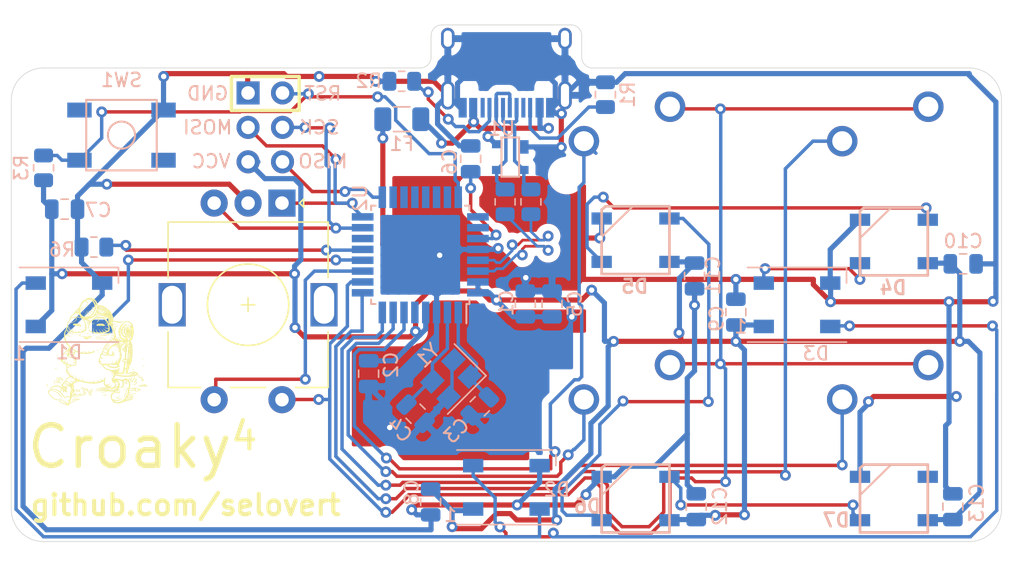
<source format=kicad_pcb>
(kicad_pcb (version 20171130) (host pcbnew "(5.1.9-0-10_14)")
  (layers (0 F.Cu signal) (31 B.Cu signal) (34 B.Paste user) (35 F.Paste user) (36 B.SilkS user) (37 F.SilkS user) (38 B.Mask user) (39 F.Mask user) (44 Edge.Cuts user))
  (net 0 "")
  (net 1 GND)
  (net 2 +5V)
  (net 3 "Net-(C3-Pad1)")
  (net 4 "Net-(C4-Pad1)")
  (net 5 "Net-(D1-Pad2)")
  (net 6 RGBLED)
  (net 7 "Net-(D2-Pad2)")
  (net 8 VCC)
  (net 9 COL0)
  (net 10 COL1)
  (net 11 COL2)
  (net 12 COL3)
  (net 13 "Net-(R1-Pad1)")
  (net 14 "Net-(R2-Pad1)")
  (net 15 "Net-(R4-Pad2)")
  (net 16 D-)
  (net 17 D+)
  (net 18 "Net-(R5-Pad1)")
  (net 19 "Net-(R6-Pad2)")
  (net 20 ENCA)
  (net 21 ENCB)
  (net 22 COL4)
  (net 23 "Net-(C6-Pad1)")
  (net 24 ROW0)
  (net 25 RESET)
  (net 26 MISO)
  (net 27 "Net-(D3-Pad2)")
  (net 28 "Net-(D4-Pad2)")
  (net 29 "Net-(D5-Pad2)")
  (net 30 "Net-(D6-Pad2)")
  (net 31 "Net-(D7-Pad2)")
  (net 32 "Net-(U2-Pad5)")
  (net 33 "Net-(U2-Pad14)")
  (net 34 "Net-(U2-Pad18)")
  (net 35 "Net-(U2-Pad19)")
  (net 36 "Net-(U2-Pad20)")
  (net 37 "Net-(U2-Pad21)")
  (net 38 "Net-(U2-Pad22)")
  (net 39 "Net-(U2-Pad23)")
  (net 40 "Net-(U2-Pad25)")
  (net 41 "Net-(U2-Pad26)")
  (net 42 "Net-(USB1-Pad3)")
  (net 43 "Net-(USB1-Pad9)")
  (module LED_SMD:LED_WS2812B_PLCC4_5.0x5.0mm_P3.2mm (layer B.Cu) (at -38.89375 -6.38175)
    (fp_text reference D2 (at 3.71475 0.15875) (layer B.SilkS) (effects (justify mirror)))
    (fp_text value WS2812B hide)
    (fp_text user 1 (at -4.1275 2.032) (layer B.SilkS) (effects (justify mirror)))
    (pad 1 smd rect (at -2.45 1.6) (size 1.5 1) (layers B.Cu B.Paste B.Mask) (net 2 +5V))
    (pad 2 smd rect (at -2.45 -1.6) (size 1.5 1) (layers B.Cu B.Paste B.Mask) (net 7 "Net-(D2-Pad2)"))
    (pad 4 smd rect (at 2.45 1.6) (size 1.5 1) (layers B.Cu B.Paste B.Mask) (net 5 "Net-(D1-Pad2)"))
    (pad 3 smd rect (at 2.45 -1.6) (size 1.5 1) (layers B.Cu B.Paste B.Mask) (net 1 GND))
  )
  (module Keebio-Parts:WS2812B_flipped (layer B.Cu) (at -29.36875 -5.55625)
    (fp_text reference D6 (at -3.556 0.5715) (layer B.SilkS) (effects (font (thickness 0.2)) (justify mirror)))
    (fp_text value WS2812B hide)
    (pad 1 smd rect (at 2.49936 1.6002 270) (size 0.89916 1.50114) (layers B.Cu B.Paste B.Mask) (net 2 +5V))
    (pad 2 smd rect (at 2.49936 -1.6002 270) (size 0.89916 1.50114) (layers B.Cu B.Paste B.Mask) (net 30 "Net-(D6-Pad2)"))
    (pad 3 smd rect (at -2.49936 -1.6002 270) (size 0.89916 1.50114) (layers B.Cu B.Paste B.Mask) (net 1 GND))
    (pad 4 smd rect (at -2.49936 1.6002 270) (size 0.89916 1.50114) (layers B.Cu B.Paste B.Mask) (net 29 "Net-(D5-Pad2)"))
    (pad "" np_thru_hole circle (at 0 0 270) (size 3.5 3.5) (drill 3.5) (layers *.Cu *.Mask))
  )
  (module Keebio-Parts:WS2812B_flipped (layer B.Cu) (at -10.31875 -5.55625)
    (fp_text reference D7 (at -4.26085 1.59385) (layer B.SilkS) (effects (font (thickness 0.2)) (justify mirror)))
    (fp_text value WS2812B hide)
    (pad "" np_thru_hole circle (at 0 0 270) (size 3.5 3.5) (drill 3.5) (layers *.Cu *.Mask))
    (pad 4 smd rect (at -2.49936 1.6002 270) (size 0.89916 1.50114) (layers B.Cu B.Paste B.Mask) (net 30 "Net-(D6-Pad2)"))
    (pad 3 smd rect (at -2.49936 -1.6002 270) (size 0.89916 1.50114) (layers B.Cu B.Paste B.Mask) (net 1 GND))
    (pad 2 smd rect (at 2.49936 -1.6002 270) (size 0.89916 1.50114) (layers B.Cu B.Paste B.Mask) (net 31 "Net-(D7-Pad2)"))
    (pad 1 smd rect (at 2.49936 1.6002 270) (size 0.89916 1.50114) (layers B.Cu B.Paste B.Mask) (net 2 +5V))
  )
  (module Keebio-Parts:WS2812B_flipped (layer B.Cu) (at -29.36875 -24.60625)
    (fp_text reference D5 (at -0.06 3.41) (layer B.SilkS) (effects (font (thickness 0.2)) (justify mirror)))
    (fp_text value WS2812B hide)
    (pad "" np_thru_hole circle (at 0 0 270) (size 3.5 3.5) (drill 3.5) (layers *.Cu *.Mask))
    (pad 4 smd rect (at -2.49936 1.6002 270) (size 0.89916 1.50114) (layers B.Cu B.Paste B.Mask) (net 28 "Net-(D4-Pad2)"))
    (pad 3 smd rect (at -2.49936 -1.6002 270) (size 0.89916 1.50114) (layers B.Cu B.Paste B.Mask) (net 1 GND))
    (pad 2 smd rect (at 2.49936 -1.6002 270) (size 0.89916 1.50114) (layers B.Cu B.Paste B.Mask) (net 29 "Net-(D5-Pad2)"))
    (pad 1 smd rect (at 2.49936 1.6002 270) (size 0.89916 1.50114) (layers B.Cu B.Paste B.Mask) (net 2 +5V))
  )
  (module Keebio-Parts:WS2812B_flipped (layer B.Cu) (at -10.31875 -24.511)
    (fp_text reference D4 (at -0.06 3.41) (layer B.SilkS) (effects (font (thickness 0.2)) (justify mirror)))
    (fp_text value WS2812B hide)
    (pad "" np_thru_hole circle (at 0 0 270) (size 3.5 3.5) (drill 3.5) (layers *.Cu *.Mask))
    (pad 4 smd rect (at -2.49936 1.6002 270) (size 0.89916 1.50114) (layers B.Cu B.Paste B.Mask) (net 27 "Net-(D3-Pad2)"))
    (pad 3 smd rect (at -2.49936 -1.6002 270) (size 0.89916 1.50114) (layers B.Cu B.Paste B.Mask) (net 1 GND))
    (pad 2 smd rect (at 2.49936 -1.6002 270) (size 0.89916 1.50114) (layers B.Cu B.Paste B.Mask) (net 28 "Net-(D4-Pad2)"))
    (pad 1 smd rect (at 2.49936 1.6002 270) (size 0.89916 1.50114) (layers B.Cu B.Paste B.Mask) (net 2 +5V))
  )
  (module MX_Only:MXOnly-1U-NoLED (layer F.Cu) (at -29.36875 -10.31875)
    (fp_text reference MX2)
    (fp_text value MX-LED hide)
    (pad 2 thru_hole circle (at 2.54 -5.08) (size 2.25 2.25) (drill 1.47) (layers *.Cu B.Mask) (net 24 ROW0))
    (pad "" np_thru_hole circle (at 0 0) (size 3.9878 3.9878) (drill 3.9878) (layers *.Cu *.Mask))
    (pad 1 thru_hole circle (at -3.81 -2.54) (size 2.25 2.25) (drill 1.47) (layers *.Cu B.Mask) (net 10 COL1))
    (pad "" np_thru_hole circle (at -5.08 0 48.0996) (size 1.75 1.75) (drill 1.75) (layers *.Cu *.Mask))
    (pad "" np_thru_hole circle (at 5.08 0 48.0996) (size 1.75 1.75) (drill 1.75) (layers *.Cu *.Mask))
  )
  (module Capacitor_SMD:C_0805_2012Metric (layer B.Cu) (at -5.969 -4.953 270)
    (fp_text reference C13 (at -0.2794 -1.7526 90) (layer B.SilkS) (effects (justify mirror)))
    (fp_text value .1uF hide)
    (pad 1 smd roundrect (at -0.95 0 270) (size 1 1.45) (layers B.Cu B.Paste B.Mask) (net 1 GND))
    (pad 2 smd roundrect (at 0.95 0 270) (size 1 1.45) (layers B.Cu B.Paste B.Mask) (net 2 +5V))
  )
  (module Capacitor_SMD:C_0805_2012Metric (layer B.Cu) (at -24.892 -4.953 270)
    (fp_text reference C12 (at -0.03175 -1.74625 90) (layer B.SilkS) (effects (justify mirror)))
    (fp_text value .1uF hide)
    (pad 1 smd roundrect (at -0.95 0 270) (size 1 1.45) (layers B.Cu B.Paste B.Mask) (net 1 GND))
    (pad 2 smd roundrect (at 0.95 0 270) (size 1 1.45) (layers B.Cu B.Paste B.Mask) (net 2 +5V))
  )
  (module Capacitor_SMD:C_0805_2012Metric (layer B.Cu) (at -25.019 -21.971 90)
    (fp_text reference C11 (at 0.03175 1.36525 90) (layer B.SilkS) (effects (justify mirror)))
    (fp_text value .1uF)
    (pad 2 smd roundrect (at 0.95 0 90) (size 1 1.45) (layers B.Cu B.Paste B.Mask) (net 2 +5V))
    (pad 1 smd roundrect (at -0.95 0 90) (size 1 1.45) (layers B.Cu B.Paste B.Mask) (net 1 GND))
  )
  (module Capacitor_SMD:C_0805_2012Metric (layer B.Cu) (at -5.207 -22.86 180)
    (fp_text reference C10 (at 0 1.68) (layer B.SilkS) (effects (justify mirror)))
    (fp_text value .1uF)
    (pad 2 smd roundrect (at 0.95 0 180) (size 1 1.45) (layers B.Cu B.Paste B.Mask) (net 2 +5V))
    (pad 1 smd roundrect (at -0.95 0 180) (size 1 1.45) (layers B.Cu B.Paste B.Mask) (net 1 GND))
  )
  (module Croaky4:Frog (layer F.Cu) (at -69.088 -16.383)
    (fp_text reference G*** hide)
    (fp_text value LOGO hide)
  )
  (module Package_QFP:TQFP-32_7x7mm_P0.8mm (layer B.Cu) (at -45.24375 -23.52675 90)
    (fp_text reference U2 (at 4.191 -4.445 270) (layer B.SilkS) (effects (justify mirror)))
    (fp_text value ATmega32U2-AU hide)
    (pad 32 smd rect (at -2.8 4.25) (size 1.6 0.55) (layers B.Cu B.Paste B.Mask) (net 2 +5V))
    (pad 31 smd rect (at -2 4.25) (size 1.6 0.55) (layers B.Cu B.Paste B.Mask) (net 2 +5V))
    (pad 30 smd rect (at -1.2 4.25) (size 1.6 0.55) (layers B.Cu B.Paste B.Mask) (net 16 D-))
    (pad 29 smd rect (at -0.4 4.25) (size 1.6 0.55) (layers B.Cu B.Paste B.Mask) (net 17 D+))
    (pad 28 smd rect (at 0.4 4.25) (size 1.6 0.55) (layers B.Cu B.Paste B.Mask) (net 1 GND))
    (pad 27 smd rect (at 1.2 4.25) (size 1.6 0.55) (layers B.Cu B.Paste B.Mask) (net 23 "Net-(C6-Pad1)"))
    (pad 26 smd rect (at 2 4.25) (size 1.6 0.55) (layers B.Cu B.Paste B.Mask) (net 41 "Net-(U2-Pad26)"))
    (pad 25 smd rect (at 2.8 4.25) (size 1.6 0.55) (layers B.Cu B.Paste B.Mask) (net 40 "Net-(U2-Pad25)"))
    (pad 24 smd rect (at 4.25 2.8 90) (size 1.6 0.55) (layers B.Cu B.Paste B.Mask) (net 25 RESET))
    (pad 23 smd rect (at 4.25 2 90) (size 1.6 0.55) (layers B.Cu B.Paste B.Mask) (net 39 "Net-(U2-Pad23)"))
    (pad 22 smd rect (at 4.25 1.2 90) (size 1.6 0.55) (layers B.Cu B.Paste B.Mask) (net 38 "Net-(U2-Pad22)"))
    (pad 21 smd rect (at 4.25 0.4 90) (size 1.6 0.55) (layers B.Cu B.Paste B.Mask) (net 37 "Net-(U2-Pad21)"))
    (pad 20 smd rect (at 4.25 -0.4 90) (size 1.6 0.55) (layers B.Cu B.Paste B.Mask) (net 36 "Net-(U2-Pad20)"))
    (pad 19 smd rect (at 4.25 -1.2 90) (size 1.6 0.55) (layers B.Cu B.Paste B.Mask) (net 35 "Net-(U2-Pad19)"))
    (pad 18 smd rect (at 4.25 -2 90) (size 1.6 0.55) (layers B.Cu B.Paste B.Mask) (net 34 "Net-(U2-Pad18)"))
    (pad 17 smd rect (at 4.25 -2.8 90) (size 1.6 0.55) (layers B.Cu B.Paste B.Mask) (net 26 MISO))
    (pad 16 smd rect (at 2.8 -4.25) (size 1.6 0.55) (layers B.Cu B.Paste B.Mask) (net 20 ENCA))
    (pad 15 smd rect (at 2 -4.25) (size 1.6 0.55) (layers B.Cu B.Paste B.Mask) (net 21 ENCB))
    (pad 14 smd rect (at 1.2 -4.25) (size 1.6 0.55) (layers B.Cu B.Paste B.Mask) (net 33 "Net-(U2-Pad14)"))
    (pad 13 smd rect (at 0.4 -4.25) (size 1.6 0.55) (layers B.Cu B.Paste B.Mask) (net 19 "Net-(R6-Pad2)"))
    (pad 12 smd rect (at -0.4 -4.25) (size 1.6 0.55) (layers B.Cu B.Paste B.Mask) (net 6 RGBLED))
    (pad 11 smd rect (at -1.2 -4.25) (size 1.6 0.55) (layers B.Cu B.Paste B.Mask) (net 22 COL4))
    (pad 10 smd rect (at -2 -4.25) (size 1.6 0.55) (layers B.Cu B.Paste B.Mask) (net 24 ROW0))
    (pad 9 smd rect (at -2.8 -4.25) (size 1.6 0.55) (layers B.Cu B.Paste B.Mask) (net 11 COL2))
    (pad 8 smd rect (at -4.25 -2.8 90) (size 1.6 0.55) (layers B.Cu B.Paste B.Mask) (net 12 COL3))
    (pad 7 smd rect (at -4.25 -2 90) (size 1.6 0.55) (layers B.Cu B.Paste B.Mask) (net 10 COL1))
    (pad 6 smd rect (at -4.25 -1.2 90) (size 1.6 0.55) (layers B.Cu B.Paste B.Mask) (net 9 COL0))
    (pad 5 smd rect (at -4.25 -0.4 90) (size 1.6 0.55) (layers B.Cu B.Paste B.Mask) (net 32 "Net-(U2-Pad5)"))
    (pad 4 smd rect (at -4.25 0.4 90) (size 1.6 0.55) (layers B.Cu B.Paste B.Mask) (net 2 +5V))
    (pad 3 smd rect (at -4.25 1.2 90) (size 1.6 0.55) (layers B.Cu B.Paste B.Mask) (net 1 GND))
    (pad 2 smd rect (at -4.25 2 90) (size 1.6 0.55) (layers B.Cu B.Paste B.Mask) (net 4 "Net-(C4-Pad1)"))
    (pad 1 smd rect (at -4.25 2.8 90) (size 1.6 0.55) (layers B.Cu B.Paste B.Mask) (net 3 "Net-(C3-Pad1)"))
  )
  (module random-keyboard-parts:SOT143B (layer B.Cu) (at -38.608 -30.734 180)
    (fp_text reference U1 (at 0.635 2.0955) (layer B.SilkS) (effects (justify mirror)))
    (fp_text value PRTR5V0U2X hide)
    (pad 1 smd rect (at -1 0.75 270) (size 1 0.7) (layers B.Cu B.Paste B.Mask) (net 1 GND))
    (pad 4 smd rect (at 1 0.95 270) (size 0.6 0.7) (layers B.Cu B.Paste B.Mask) (net 8 VCC))
    (pad 2 smd rect (at -1 -0.95 270) (size 0.6 0.7) (layers B.Cu B.Paste B.Mask) (net 18 "Net-(R5-Pad1)"))
    (pad 3 smd rect (at 1 -0.95 270) (size 0.6 0.7) (layers B.Cu B.Paste B.Mask) (net 15 "Net-(R4-Pad2)"))
  )
  (module Capacitor_SMD:C_0805_2012Metric (layer B.Cu) (at -41.529 -30.607 90)
    (fp_text reference C6 (at -0.22225 -1.55575 90) (layer B.SilkS) (effects (justify mirror)))
    (fp_text value 1uF)
    (pad 2 smd roundrect (at 0.95 0 90) (size 1 1.45) (layers B.Cu B.Paste B.Mask) (net 1 GND))
    (pad 1 smd roundrect (at -0.95 0 90) (size 1 1.45) (layers B.Cu B.Paste B.Mask) (net 23 "Net-(C6-Pad1)"))
  )
  (module Capacitor_SMD:C_0805_2012Metric (layer B.Cu) (at -35.52825 -19.90725 90)
    (fp_text reference C5 (at 0 1.68 270) (layer B.SilkS) (effects (justify mirror)))
    (fp_text value 4.7uF)
    (pad 2 smd roundrect (at 0.95 0 90) (size 1 1.45) (layers B.Cu B.Paste B.Mask) (net 1 GND))
    (pad 1 smd roundrect (at -0.95 0 90) (size 1 1.45) (layers B.Cu B.Paste B.Mask) (net 2 +5V))
  )
  (module Capacitor_SMD:C_0805_2012Metric (layer B.Cu) (at -37.49675 -19.90725 90)
    (fp_text reference C1 (at 0.0635 -1.397 270) (layer B.SilkS) (effects (justify mirror)))
    (fp_text value 0.1uF)
    (pad 2 smd roundrect (at 0.95 0 90) (size 1 1.45) (layers B.Cu B.Paste B.Mask) (net 1 GND))
    (pad 1 smd roundrect (at -0.95 0 90) (size 1 1.45) (layers B.Cu B.Paste B.Mask) (net 2 +5V))
  )
  (module MX_Only:MXOnly-1U-NoLED (layer F.Cu) (at -10.31875 -10.31875)
    (fp_text reference MX4)
    (fp_text value MX-LED hide)
    (pad 2 thru_hole circle (at 2.54 -5.08) (size 2.25 2.25) (drill 1.47) (layers *.Cu B.Mask) (net 24 ROW0))
    (pad "" np_thru_hole circle (at 0 0) (size 3.9878 3.9878) (drill 3.9878) (layers *.Cu *.Mask))
    (pad 1 thru_hole circle (at -3.81 -2.54) (size 2.25 2.25) (drill 1.47) (layers *.Cu B.Mask) (net 12 COL3))
    (pad "" np_thru_hole circle (at -5.08 0 48.0996) (size 1.75 1.75) (drill 1.75) (layers *.Cu *.Mask))
    (pad "" np_thru_hole circle (at 5.08 0 48.0996) (size 1.75 1.75) (drill 1.75) (layers *.Cu *.Mask))
  )
  (module MX_Only:MXOnly-1U-NoLED (layer F.Cu) (at -10.31875 -29.36875)
    (fp_text reference MX3)
    (fp_text value MX-LED hide)
    (pad 2 thru_hole circle (at 2.54 -5.08) (size 2.25 2.25) (drill 1.47) (layers *.Cu B.Mask) (net 24 ROW0))
    (pad "" np_thru_hole circle (at 0 0) (size 3.9878 3.9878) (drill 3.9878) (layers *.Cu *.Mask))
    (pad 1 thru_hole circle (at -3.81 -2.54) (size 2.25 2.25) (drill 1.47) (layers *.Cu B.Mask) (net 11 COL2))
    (pad "" np_thru_hole circle (at -5.08 0 48.0996) (size 1.75 1.75) (drill 1.75) (layers *.Cu *.Mask))
    (pad "" np_thru_hole circle (at 5.08 0 48.0996) (size 1.75 1.75) (drill 1.75) (layers *.Cu *.Mask))
  )
  (module MX_Only:MXOnly-1U-NoLED (layer F.Cu) (at -29.36875 -29.36875)
    (fp_text reference MX1)
    (fp_text value MX-LED hide)
    (pad 2 thru_hole circle (at 2.54 -5.08) (size 2.25 2.25) (drill 1.47) (layers *.Cu B.Mask) (net 24 ROW0))
    (pad "" np_thru_hole circle (at 0 0) (size 3.9878 3.9878) (drill 3.9878) (layers *.Cu *.Mask))
    (pad 1 thru_hole circle (at -3.81 -2.54) (size 2.25 2.25) (drill 1.47) (layers *.Cu B.Mask) (net 9 COL0))
    (pad "" np_thru_hole circle (at -5.08 0 48.0996) (size 1.75 1.75) (drill 1.75) (layers *.Cu *.Mask))
    (pad "" np_thru_hole circle (at 5.08 0 48.0996) (size 1.75 1.75) (drill 1.75) (layers *.Cu *.Mask))
  )
  (module Resistor_SMD:R_0805_2012Metric (layer B.Cu) (at -38.989 -27.432 90)
    (fp_text reference R4 hide)
    (fp_text value 22 hide)
    (pad 2 smd roundrect (at 0.9125 0 90) (size 1.025 1.4) (layers B.Cu B.Paste B.Mask) (roundrect_rratio 0.2439004878048781) (net 15 "Net-(R4-Pad2)"))
    (pad 1 smd roundrect (at -0.9125 0 90) (size 1.025 1.4) (layers B.Cu B.Paste B.Mask) (roundrect_rratio 0.2439004878048781) (net 16 D-))
  )
  (module Keebio-Parts:HRO-TYPE-C-31-M-12-Assembly (layer B.Cu) (at -38.89375 -42.06875)
    (fp_text reference USB1 hide)
    (fp_text value HRO-TYPE-C-31-M-12 hide)
    (pad 12 smd rect (at 3.225 7.695) (size 0.6 1.45) (layers B.Cu B.Paste B.Mask) (net 1 GND))
    (pad 1 smd rect (at -3.225 7.695) (size 0.6 1.45) (layers B.Cu B.Paste B.Mask) (net 1 GND))
    (pad 11 smd rect (at 2.45 7.695) (size 0.6 1.45) (layers B.Cu B.Paste B.Mask) (net 8 VCC))
    (pad 2 smd rect (at -2.45 7.695) (size 0.6 1.45) (layers B.Cu B.Paste B.Mask) (net 8 VCC))
    (pad 3 smd rect (at -1.75 7.695) (size 0.3 1.45) (layers B.Cu B.Paste B.Mask) (net 42 "Net-(USB1-Pad3)"))
    (pad 10 smd rect (at 1.75 7.695) (size 0.3 1.45) (layers B.Cu B.Paste B.Mask) (net 13 "Net-(R1-Pad1)"))
    (pad 4 smd rect (at -1.25 7.695) (size 0.3 1.45) (layers B.Cu B.Paste B.Mask) (net 14 "Net-(R2-Pad1)"))
    (pad 9 smd rect (at 1.25 7.695) (size 0.3 1.45) (layers B.Cu B.Paste B.Mask) (net 43 "Net-(USB1-Pad9)"))
    (pad 5 smd rect (at -0.75 7.695) (size 0.3 1.45) (layers B.Cu B.Paste B.Mask) (net 15 "Net-(R4-Pad2)"))
    (pad 8 smd rect (at 0.75 7.695) (size 0.3 1.45) (layers B.Cu B.Paste B.Mask) (net 18 "Net-(R5-Pad1)"))
    (pad 7 smd rect (at 0.25 7.695) (size 0.3 1.45) (layers B.Cu B.Paste B.Mask) (net 15 "Net-(R4-Pad2)"))
    (pad 6 smd rect (at -0.25 7.695) (size 0.3 1.45) (layers B.Cu B.Paste B.Mask) (net 18 "Net-(R5-Pad1)"))
    (pad "" np_thru_hole circle (at 2.89 6.25) (size 0.65 0.65) (drill 0.65) (layers *.Cu *.Mask))
    (pad "" np_thru_hole circle (at -2.89 6.25) (size 0.65 0.65) (drill 0.65) (layers *.Cu *.Mask))
    (pad 13 thru_hole oval (at -4.32 6.78) (size 1 2.1) (drill oval 0.6 1.7) (layers *.Cu *.Mask) (net 1 GND))
    (pad 13 thru_hole oval (at 4.32 6.78) (size 1 2.1) (drill oval 0.6 1.7) (layers *.Cu *.Mask) (net 1 GND))
    (pad 13 thru_hole oval (at -4.32 2.6) (size 1 1.6) (drill oval 0.6 1.2) (layers *.Cu *.Mask) (net 1 GND))
    (pad 13 thru_hole oval (at 4.32 2.6) (size 1 1.6) (drill oval 0.6 1.2) (layers *.Cu *.Mask) (net 1 GND))
  )
  (module Resistor_SMD:R_0805_2012Metric (layer B.Cu) (at -37.084 -27.432 270)
    (fp_text reference R5 hide)
    (fp_text value 22 hide)
    (pad 2 smd roundrect (at 0.9125 0 270) (size 1.025 1.4) (layers B.Cu B.Paste B.Mask) (roundrect_rratio 0.2439004878048781) (net 17 D+))
    (pad 1 smd roundrect (at -0.9125 0 270) (size 1.025 1.4) (layers B.Cu B.Paste B.Mask) (roundrect_rratio 0.2439004878048781) (net 18 "Net-(R5-Pad1)"))
  )
  (module Keebio-Parts:RotaryEncoder_EC11 (layer F.Cu) (at -57.94375 -19.84375 270)
    (fp_text reference SW2)
    (fp_text value Rotary_Encoder_Switch hide)
    (pad A thru_hole rect (at -7.5 -2.5 270) (size 2 2) (drill 1) (layers *.Cu *.Mask) (net 20 ENCA))
    (pad C thru_hole circle (at -7.5 0 270) (size 2 2) (drill 1) (layers *.Cu *.Mask) (net 1 GND))
    (pad B thru_hole circle (at -7.5 2.5 270) (size 2 2) (drill 1) (layers *.Cu *.Mask) (net 21 ENCB))
    (pad "" np_thru_hole rect (at 0 -5.6 270) (size 3.2 2) (drill oval 2.8 1.5) (layers *.Cu *.Mask))
    (pad "" np_thru_hole rect (at 0 5.6 270) (size 3.2 2) (drill oval 2.8 1.5) (layers *.Cu *.Mask))
    (pad S2 thru_hole circle (at 7 -2.5 270) (size 2 2) (drill 1) (layers *.Cu *.Mask) (net 24 ROW0))
    (pad S1 thru_hole circle (at 7 2.5 270) (size 2 2) (drill 1) (layers *.Cu *.Mask) (net 22 COL4))
  )
  (module random-keyboard-parts:Reset_Pretty-Mask (layer F.Cu) (at -56.67375 -32.92475 180)
    (fp_text reference J1)
    (fp_text value AVR-ISP-6)
    (fp_text user MISO (at -4.25 -2.5) (layer B.SilkS) (effects (justify mirror)))
    (fp_text user VCC (at 4 -2.5) (layer B.SilkS) (effects (justify mirror)))
    (fp_text user SCK (at -4 0) (layer B.SilkS) (effects (justify mirror)))
    (fp_text user MOSI (at 4.25 0) (layer B.SilkS) (effects (justify mirror)))
    (fp_text user RST (at -4.25 2.5) (layer B.SilkS) (effects (justify mirror)))
    (fp_text user GND (at 4.25 2.5) (layer B.SilkS) (effects (justify mirror)))
    (pad 6 thru_hole rect (at 1.27 2.54 180) (size 1.7 1.7) (drill 1) (layers *.Cu F.Mask) (net 1 GND))
    (pad 5 thru_hole circle (at -1.27 2.54 180) (size 1.7 1.7) (drill 1) (layers *.Cu F.Mask) (net 25 RESET))
    (pad 4 thru_hole circle (at 1.27 0 180) (size 1.7 1.7) (drill 1) (layers *.Cu F.Mask) (net 20 ENCA))
    (pad 3 thru_hole circle (at -1.27 0 180) (size 1.7 1.7) (drill 1) (layers *.Cu F.Mask) (net 21 ENCB))
    (pad 2 thru_hole circle (at 1.27 -2.54 180) (size 1.7 1.7) (drill 1) (layers *.Cu F.Mask) (net 2 +5V))
    (pad 1 thru_hole circle (at -1.27 -2.54 180) (size 1.7 1.7) (drill 1) (layers *.Cu F.Mask) (net 26 MISO))
  )
  (module Capacitor_SMD:C_0805_2012Metric (layer B.Cu) (at -21.971 -19.304 270)
    (fp_text reference C9 (at 0.47625 1.42875 90) (layer B.SilkS) (effects (justify mirror)))
    (fp_text value .1uF)
    (pad 2 smd roundrect (at 0.95 0 270) (size 1 1.45) (layers B.Cu B.Paste B.Mask) (net 2 +5V))
    (pad 1 smd roundrect (at -0.95 0 270) (size 1 1.45) (layers B.Cu B.Paste B.Mask) (net 1 GND))
  )
  (module Capacitor_SMD:C_0805_2012Metric (layer B.Cu) (at -44.48175 -5.30225 90)
    (fp_text reference C8 (at 0.6985 -1.397 90) (layer B.SilkS) (effects (justify mirror)))
    (fp_text value .1uF)
    (pad 2 smd roundrect (at 0.95 0 90) (size 1 1.45) (layers B.Cu B.Paste B.Mask) (net 2 +5V))
    (pad 1 smd roundrect (at -0.95 0 90) (size 1 1.45) (layers B.Cu B.Paste B.Mask) (net 1 GND))
  )
  (module Capacitor_SMD:C_0805_2012Metric (layer B.Cu) (at -71.46925 -26.89225 180)
    (fp_text reference C7 (at -2.4765 -0.0635) (layer B.SilkS) (effects (justify mirror)))
    (fp_text value .1uF)
    (pad 2 smd roundrect (at 0.95 0 180) (size 1 1.45) (layers B.Cu B.Paste B.Mask) (net 2 +5V))
    (pad 1 smd roundrect (at -0.95 0 180) (size 1 1.45) (layers B.Cu B.Paste B.Mask) (net 1 GND))
  )
  (module Crystal:Crystal_SMD_3225-4Pin_3.2x2.5mm (layer B.Cu) (at -42.975777 -14.369142 225)
    (fp_text reference Y1 (at 0 2.450001 45) (layer B.SilkS) (effects (justify mirror)))
    (fp_text value 16MHz hide)
    (pad 4 smd rect (at -1.1 0.85 225) (size 1.4 1.2) (layers B.Cu B.Paste B.Mask) (net 1 GND))
    (pad 3 smd rect (at 1.1 0.85 225) (size 1.4 1.2) (layers B.Cu B.Paste B.Mask) (net 4 "Net-(C4-Pad1)"))
    (pad 2 smd rect (at 1.1 -0.85 225) (size 1.4 1.2) (layers B.Cu B.Paste B.Mask) (net 1 GND))
    (pad 1 smd rect (at -1.1 -0.85 225) (size 1.4 1.2) (layers B.Cu B.Paste B.Mask) (net 3 "Net-(C3-Pad1)"))
  )
  (module random-keyboard-parts:SKQG-1155865 (layer B.Cu) (at -67.27825 -32.35325)
    (fp_text reference SW1 (at 0 -4.064) (layer B.SilkS) (effects (justify mirror)))
    (fp_text value SW_Push hide)
    (pad 4 smd rect (at -3.1 -1.85) (size 1.8 1.1) (layers B.Cu B.Paste B.Mask))
    (pad 3 smd rect (at 3.1 1.85) (size 1.8 1.1) (layers B.Cu B.Paste B.Mask))
    (pad 2 smd rect (at -3.1 1.85) (size 1.8 1.1) (layers B.Cu B.Paste B.Mask) (net 25 RESET))
    (pad 1 smd rect (at 3.1 -1.85) (size 1.8 1.1) (layers B.Cu B.Paste B.Mask) (net 1 GND))
  )
  (module Resistor_SMD:R_0805_2012Metric (layer B.Cu) (at -69.31025 -24.09825)
    (fp_text reference R6 (at -2.3495 0.1905) (layer B.SilkS) (effects (justify mirror)))
    (fp_text value 10k)
    (pad 2 smd roundrect (at 0.9125 0) (size 1.025 1.4) (layers B.Cu B.Paste B.Mask) (roundrect_rratio 0.2439004878048781) (net 19 "Net-(R6-Pad2)"))
    (pad 1 smd roundrect (at -0.9125 0) (size 1.025 1.4) (layers B.Cu B.Paste B.Mask) (roundrect_rratio 0.2439004878048781) (net 1 GND))
  )
  (module Resistor_SMD:R_0805_2012Metric (layer B.Cu) (at -73.025 -29.94025 270)
    (fp_text reference R3 (at 0 1.65 90) (layer B.SilkS) (effects (justify mirror)))
    (fp_text value 10k)
    (pad 2 smd roundrect (at 0.9125 0 270) (size 1.025 1.4) (layers B.Cu B.Paste B.Mask) (roundrect_rratio 0.2439004878048781) (net 2 +5V))
    (pad 1 smd roundrect (at -0.9125 0 270) (size 1.025 1.4) (layers B.Cu B.Paste B.Mask) (roundrect_rratio 0.2439004878048781) (net 25 RESET))
  )
  (module Resistor_SMD:R_0805_2012Metric (layer B.Cu) (at -46.609 -36.322 180)
    (fp_text reference R2 (at 2.44475 0.03175) (layer B.SilkS) (effects (justify mirror)))
    (fp_text value 5.1k)
    (pad 2 smd roundrect (at 0.9125 0 180) (size 1.025 1.4) (layers B.Cu B.Paste B.Mask) (roundrect_rratio 0.2439004878048781) (net 1 GND))
    (pad 1 smd roundrect (at -0.9125 0 180) (size 1.025 1.4) (layers B.Cu B.Paste B.Mask) (roundrect_rratio 0.2439004878048781) (net 14 "Net-(R2-Pad1)"))
  )
  (module Resistor_SMD:R_0805_2012Metric (layer B.Cu) (at -31.59125 -35.33775 90)
    (fp_text reference R1 (at 0 1.65 90) (layer B.SilkS) (effects (justify mirror)))
    (fp_text value 5.1k)
    (pad 2 smd roundrect (at 0.9125 0 90) (size 1.025 1.4) (layers B.Cu B.Paste B.Mask) (roundrect_rratio 0.2439004878048781) (net 1 GND))
    (pad 1 smd roundrect (at -0.9125 0 90) (size 1.025 1.4) (layers B.Cu B.Paste B.Mask) (roundrect_rratio 0.2439004878048781) (net 13 "Net-(R1-Pad1)"))
  )
  (module Fuse:Fuse_1206_3216Metric (layer B.Cu) (at -46.609 -33.528)
    (fp_text reference F1 (at 0 1.82) (layer B.SilkS) (effects (justify mirror)))
    (fp_text value 500mA hide)
    (pad 2 smd roundrect (at 1.4 0) (size 1.25 1.75) (layers B.Cu B.Paste B.Mask) (roundrect_rratio 0.2) (net 8 VCC))
    (pad 1 smd roundrect (at -1.4 0) (size 1.25 1.75) (layers B.Cu B.Paste B.Mask) (roundrect_rratio 0.2) (net 2 +5V))
  )
  (module LED_SMD:LED_WS2812B_PLCC4_5.0x5.0mm_P3.2mm (layer B.Cu) (at -17.4625 -19.84375)
    (fp_text reference D3 (at 1.397 3.58775) (layer B.SilkS) (effects (justify mirror)))
    (fp_text value WS2812B hide)
    (fp_text user 1 (at -4.15 1.6) (layer B.SilkS) (effects (justify mirror)))
    (pad 1 smd rect (at -2.45 1.6) (size 1.5 1) (layers B.Cu B.Paste B.Mask) (net 2 +5V))
    (pad 2 smd rect (at -2.45 -1.6) (size 1.5 1) (layers B.Cu B.Paste B.Mask) (net 27 "Net-(D3-Pad2)"))
    (pad 4 smd rect (at 2.45 1.6) (size 1.5 1) (layers B.Cu B.Paste B.Mask) (net 7 "Net-(D2-Pad2)"))
    (pad 3 smd rect (at 2.45 -1.6) (size 1.5 1) (layers B.Cu B.Paste B.Mask) (net 1 GND))
  )
  (module LED_SMD:LED_WS2812B_PLCC4_5.0x5.0mm_P3.2mm (layer B.Cu) (at -71.15175 -19.84375)
    (fp_text reference D1 (at 0 3.5) (layer B.SilkS) (effects (justify mirror)))
    (fp_text value WS2812B hide)
    (fp_text user 1 (at -3.65125 3.58775) (layer B.SilkS) (effects (justify mirror)))
    (pad 1 smd rect (at -2.45 1.6) (size 1.5 1) (layers B.Cu B.Paste B.Mask) (net 2 +5V))
    (pad 2 smd rect (at -2.45 -1.6) (size 1.5 1) (layers B.Cu B.Paste B.Mask) (net 5 "Net-(D1-Pad2)"))
    (pad 4 smd rect (at 2.45 1.6) (size 1.5 1) (layers B.Cu B.Paste B.Mask) (net 6 RGBLED))
    (pad 3 smd rect (at 2.45 -1.6) (size 1.5 1) (layers B.Cu B.Paste B.Mask) (net 1 GND))
  )
  (module Capacitor_SMD:C_0805_2012Metric (layer B.Cu) (at -45.593 -11.811 315)
    (fp_text reference C4 (at 0 1.679999 315) (layer B.SilkS) (effects (justify mirror)))
    (fp_text value 22pF hide)
    (pad 2 smd roundrect (at 0.95 0 315) (size 1 1.45) (layers B.Cu B.Paste B.Mask) (net 1 GND))
    (pad 1 smd roundrect (at -0.95 0 315) (size 1 1.45) (layers B.Cu B.Paste B.Mask) (net 4 "Net-(C4-Pad1)"))
  )
  (module Capacitor_SMD:C_0805_2012Metric (layer B.Cu) (at -40.857249 -12.355751 225)
    (fp_text reference C3 (at 2.4765 -0.0635 225) (layer B.SilkS) (effects (justify mirror)))
    (fp_text value 22pF hide)
    (pad 2 smd roundrect (at 0.95 0 225) (size 1 1.45) (layers B.Cu B.Paste B.Mask) (net 1 GND))
    (pad 1 smd roundrect (at -0.95 0 225) (size 1 1.45) (layers B.Cu B.Paste B.Mask) (net 3 "Net-(C3-Pad1)"))
  )
  (module Capacitor_SMD:C_0805_2012Metric (layer B.Cu) (at -49.05375 -14.76375 270)
    (fp_text reference C2 (at -0.635 -1.651 90) (layer B.SilkS) (effects (justify mirror)))
    (fp_text value 0.1uF)
    (pad 2 smd roundrect (at 0.95 0 270) (size 1 1.45) (layers B.Cu B.Paste B.Mask) (net 1 GND))
    (pad 1 smd roundrect (at -0.95 0 270) (size 1 1.45) (layers B.Cu B.Paste B.Mask) (net 2 +5V))
  )
  (gr_line (start -45.24375 -37.30625) (end -73.025 -37.30625) (layer Edge.Cuts) (width 0.05))
  (gr_line (start -73.025 -2.38125) (end -4.7625 -2.38125) (layer Edge.Cuts) (width 0.05))
  (gr_text github.com/selovert (at -62.5475 -5.08) (layer F.SilkS) (effects (font (size 1.5 1.5) (thickness 0.3))))
  (gr_text 4 (at -58.2295 -10.16) (layer F.SilkS) (effects (font (size 2 2) (thickness 0.3))))
  (gr_text Croaky (at -66.675 -9.36625) (layer F.SilkS) (effects (font (size 3 3) (thickness 0.4))))
  (gr_line (start -32.54375 -37.30625) (end -4.7625 -37.30625) (layer Edge.Cuts) (width 0.05))
  (gr_line (start -33.3375 -39.6875) (end -33.3375 -38.1) (layer Edge.Cuts) (width 0.05))
  (gr_line (start -43.65625 -40.48125) (end -34.13125 -40.48125) (layer Edge.Cuts) (width 0.05))
  (gr_line (start -44.45 -39.6875) (end -44.45 -38.1) (layer Edge.Cuts) (width 0.05))
  (gr_arc (start -43.65625 -39.6875) (end -43.65625 -40.48125) (angle -90) (layer Edge.Cuts) (width 0.05))
  (gr_arc (start -34.13125 -39.6875) (end -33.3375 -39.6875) (angle -90) (layer Edge.Cuts) (width 0.05))
  (gr_arc (start -32.54375 -38.1) (end -33.3375 -38.1) (angle -90) (layer Edge.Cuts) (width 0.05))
  (gr_arc (start -45.24375 -38.1) (end -45.24375 -37.30625) (angle -90) (layer Edge.Cuts) (width 0.05))
  (gr_line (start -2.38125 -4.7625) (end -2.38125 -34.925) (layer Edge.Cuts) (width 0.05))
  (gr_arc (start -4.7625 -34.925) (end -2.38125 -34.925) (angle -90) (layer Edge.Cuts) (width 0.05))
  (gr_line (start -75.40625 -34.925) (end -75.40625 -4.7625) (layer Edge.Cuts) (width 0.05))
  (gr_arc (start -4.7625 -4.7625) (end -4.7625 -2.38125) (angle -90) (layer Edge.Cuts) (width 0.05))
  (gr_arc (start -73.025 -4.7625) (end -75.40625 -4.7625) (angle -90) (layer Edge.Cuts) (width 0.05))
  (gr_arc (start -73.025 -34.925) (end -73.025 -37.30625) (angle -90) (layer Edge.Cuts) (width 0.05))
  (segment (start -35.48875 -34.37375) (end -34.57375 -35.28875) (width 0.381) (layer B.Cu) (net 1))
  (segment (start -35.66875 -34.37375) (end -35.48875 -34.37375) (width 0.381) (layer B.Cu) (net 1))
  (segment (start -42.29875 -34.37375) (end -43.21375 -35.28875) (width 0.381) (layer B.Cu) (net 1))
  (segment (start -42.11875 -34.37375) (end -42.29875 -34.37375) (width 0.381) (layer B.Cu) (net 1))
  (segment (start -33.61225 -36.25025) (end -34.57375 -35.28875) (width 0.381) (layer B.Cu) (net 1))
  (segment (start -31.59125 -36.25025) (end -33.61225 -36.25025) (width 0.381) (layer B.Cu) (net 1))
  (segment (start -43.58575 -34.91675) (end -43.21375 -35.28875) (width 0.381) (layer B.Cu) (net 1))
  (segment (start -70.51925 -24.39475) (end -70.22275 -24.09825) (width 0.381) (layer B.Cu) (net 1))
  (segment (start -70.51925 -26.89225) (end -70.51925 -24.39475) (width 0.381) (layer B.Cu) (net 1))
  (segment (start -70.22275 -22.96475) (end -68.70175 -21.44375) (width 0.381) (layer B.Cu) (net 1))
  (segment (start -70.22275 -24.09825) (end -70.22275 -22.96475) (width 0.381) (layer B.Cu) (net 1))
  (segment (start -70.51925 -26.89225) (end -70.51925 -27.86225) (width 0.381) (layer B.Cu) (net 1))
  (segment (start -31.59125 -36.25025) (end -30.77124 -36.25025) (width 0.381) (layer B.Cu) (net 1))
  (segment (start -30.77124 -36.25025) (end -30.13075 -36.89074) (width 0.381) (layer B.Cu) (net 1))
  (segment (start -30.13075 -36.89074) (end -4.766791 -36.89074) (width 0.381) (layer B.Cu) (net 1))
  (segment (start -4.766791 -36.770791) (end -2.79676 -34.80076) (width 0.381) (layer B.Cu) (net 1))
  (segment (start -4.766791 -36.89074) (end -4.766791 -36.770791) (width 0.381) (layer B.Cu) (net 1))
  (via (at -64.16675 -36.68125) (size 0.8) (drill 0.4) (layers F.Cu B.Cu) (net 1))
  (segment (start -64.17825 -36.66975) (end -64.16675 -36.68125) (width 0.381) (layer B.Cu) (net 1))
  (segment (start -64.17825 -34.20325) (end -64.17825 -36.66975) (width 0.381) (layer B.Cu) (net 1))
  (segment (start -64.16675 -36.68125) (end -63.95726 -36.89074) (width 0.381) (layer F.Cu) (net 1))
  (segment (start -57.97274 -35.49374) (end -57.94375 -35.46475) (width 0.381) (layer F.Cu) (net 1))
  (segment (start -57.97274 -36.89074) (end -57.97274 -35.49374) (width 0.381) (layer F.Cu) (net 1))
  (segment (start -63.95726 -36.89074) (end -57.97274 -36.89074) (width 0.381) (layer F.Cu) (net 1))
  (via (at -68.35775 -28.73375) (size 0.8) (drill 0.4) (layers F.Cu B.Cu) (net 1))
  (segment (start -69.64775 -28.73375) (end -69.70125 -28.68025) (width 0.381) (layer B.Cu) (net 1))
  (segment (start -68.35775 -28.73375) (end -69.64775 -28.73375) (width 0.381) (layer B.Cu) (net 1))
  (segment (start -69.70125 -28.68025) (end -64.17825 -34.20325) (width 0.381) (layer B.Cu) (net 1))
  (segment (start -70.51925 -27.86225) (end -69.70125 -28.68025) (width 0.381) (layer B.Cu) (net 1))
  (via (at -34.06775 -18.95475) (size 0.8) (drill 0.4) (layers F.Cu B.Cu) (net 1))
  (via (at -45.87875 -4.73075) (size 0.8) (drill 0.4) (layers F.Cu B.Cu) (net 1))
  (segment (start -45.50025 -4.35225) (end -45.87875 -4.73075) (width 0.381) (layer B.Cu) (net 1))
  (segment (start -44.48175 -4.35225) (end -45.50025 -4.35225) (width 0.381) (layer B.Cu) (net 1))
  (via (at -52.705 -36.68125) (size 0.8) (drill 0.4) (layers F.Cu B.Cu) (net 1))
  (segment (start -55.30574 -36.89074) (end -57.97274 -36.89074) (width 0.381) (layer F.Cu) (net 1))
  (segment (start -55.09625 -36.68125) (end -55.30574 -36.89074) (width 0.381) (layer F.Cu) (net 1))
  (segment (start -52.705 -36.68125) (end -55.09625 -36.68125) (width 0.381) (layer F.Cu) (net 1))
  (segment (start -43.21375 -35.28875) (end -43.028249 -35.103249) (width 0.381) (layer F.Cu) (net 1))
  (via (at -48.514 -36.322) (size 0.8) (drill 0.4) (layers F.Cu B.Cu) (net 1))
  (segment (start -47.5215 -36.322) (end -48.514 -36.322) (width 0.381) (layer B.Cu) (net 1))
  (segment (start -44.247 -36.322) (end -43.21375 -35.28875) (width 0.381) (layer F.Cu) (net 1))
  (segment (start -48.514 -36.322) (end -44.247 -36.322) (width 0.381) (layer F.Cu) (net 1))
  (segment (start -43.21375 -39.46325) (end -43.21375 -35.28875) (width 0.381) (layer B.Cu) (net 1))
  (segment (start -43.21375 -39.46875) (end -43.21375 -39.46325) (width 0.381) (layer B.Cu) (net 1))
  (segment (start -34.57375 -39.46875) (end -34.57375 -35.28875) (width 0.381) (layer B.Cu) (net 1))
  (segment (start -59.334251 -28.734251) (end -57.94375 -27.34375) (width 0.381) (layer F.Cu) (net 1))
  (segment (start -68.357249 -28.734251) (end -59.334251 -28.734251) (width 0.381) (layer F.Cu) (net 1))
  (segment (start -68.35775 -28.73375) (end -68.357249 -28.734251) (width 0.381) (layer F.Cu) (net 1))
  (segment (start -42.906668 -13.23617) (end -43.152554 -12.990284) (width 0.381) (layer B.Cu) (net 1))
  (segment (start -42.906668 -15.640332) (end -42.906668 -13.23617) (width 0.254) (layer B.Cu) (net 1))
  (segment (start -42.799 -15.748) (end -42.906668 -15.640332) (width 0.381) (layer B.Cu) (net 1))
  (segment (start -44.04375 -16.546111) (end -46.776111 -13.81375) (width 0.381) (layer B.Cu) (net 1))
  (segment (start -46.776111 -13.81375) (end -49.05375 -13.81375) (width 0.381) (layer B.Cu) (net 1))
  (segment (start -44.04375 -19.27675) (end -44.04375 -16.546111) (width 0.381) (layer B.Cu) (net 1))
  (segment (start -41.529 -11.684) (end -40.146 -11.684) (width 0.381) (layer B.Cu) (net 1))
  (segment (start -68.70175 -20.56275) (end -72.6275 -16.637) (width 0.381) (layer B.Cu) (net 1))
  (segment (start -68.70175 -21.44375) (end -68.70175 -20.56275) (width 0.381) (layer B.Cu) (net 1))
  (segment (start -74.295 -16.637) (end -74.53673 -16.39527) (width 0.381) (layer B.Cu) (net 1))
  (segment (start -72.6275 -16.637) (end -74.295 -16.637) (width 0.381) (layer B.Cu) (net 1))
  (segment (start -74.53673 -4.980467) (end -72.807033 -3.25077) (width 0.381) (layer B.Cu) (net 1))
  (segment (start -74.53673 -16.39527) (end -74.53673 -4.980467) (width 0.381) (layer B.Cu) (net 1))
  (segment (start -72.807033 -3.25077) (end -44.45 -3.25077) (width 0.381) (layer B.Cu) (net 1))
  (segment (start -44.45 -4.3205) (end -44.48175 -4.35225) (width 0.381) (layer B.Cu) (net 1))
  (segment (start -44.45 -3.25077) (end -44.45 -4.3205) (width 0.381) (layer B.Cu) (net 1))
  (segment (start -37.49675 -20.85725) (end -35.52825 -20.85725) (width 0.381) (layer B.Cu) (net 1))
  (segment (start -35.288249 -34.754251) (end -35.66875 -34.37375) (width 0.381) (layer B.Cu) (net 1))
  (segment (start -35.660309 -36.534251) (end -35.288249 -36.162191) (width 0.381) (layer B.Cu) (net 1))
  (segment (start -42.127191 -36.534251) (end -35.660309 -36.534251) (width 0.381) (layer B.Cu) (net 1))
  (segment (start -42.499251 -36.162191) (end -42.127191 -36.534251) (width 0.381) (layer B.Cu) (net 1))
  (segment (start -35.288249 -36.162191) (end -35.288249 -34.754251) (width 0.381) (layer B.Cu) (net 1))
  (segment (start -42.499251 -34.969751) (end -42.499251 -36.162191) (width 0.381) (layer B.Cu) (net 1))
  (segment (start -42.11875 -34.58925) (end -42.499251 -34.969751) (width 0.381) (layer B.Cu) (net 1))
  (segment (start -42.11875 -34.37375) (end -42.11875 -34.58925) (width 0.381) (layer B.Cu) (net 1))
  (segment (start -48.87325 -36.68125) (end -48.514 -36.322) (width 0.381) (layer F.Cu) (net 1))
  (segment (start -52.705 -36.68125) (end -48.87325 -36.68125) (width 0.381) (layer F.Cu) (net 1))
  (segment (start -34.06775 -19.39675) (end -34.06775 -18.95475) (width 0.381) (layer B.Cu) (net 1))
  (segment (start -35.52825 -20.85725) (end -34.06775 -19.39675) (width 0.381) (layer B.Cu) (net 1))
  (segment (start -43.970501 -34.531999) (end -43.21375 -35.28875) (width 0.381) (layer B.Cu) (net 1))
  (segment (start -43.970501 -33.175501) (end -43.970501 -34.531999) (width 0.381) (layer B.Cu) (net 1))
  (segment (start -42.352 -31.557) (end -43.970501 -33.175501) (width 0.381) (layer B.Cu) (net 1))
  (segment (start -41.529 -31.557) (end -42.352 -31.557) (width 0.381) (layer B.Cu) (net 1))
  (segment (start -35.23575 -33.94075) (end -35.66875 -34.37375) (width 0.381) (layer B.Cu) (net 1))
  (segment (start -34.82975 -33.94075) (end -35.23575 -33.94075) (width 0.381) (layer B.Cu) (net 1))
  (segment (start -34.843011 -33.927489) (end -34.82975 -33.94075) (width 0.381) (layer F.Cu) (net 1))
  (segment (start -34.89325 -33.87725) (end -34.82975 -33.94075) (width 0.381) (layer F.Cu) (net 1))
  (via (at -34.82975 -33.94075) (size 0.8) (drill 0.4) (layers F.Cu B.Cu) (net 1))
  (segment (start -34.843011 -31.455026) (end -34.843011 -33.927489) (width 0.381) (layer F.Cu) (net 1))
  (segment (start -34.871985 -31.484) (end -34.843011 -31.455026) (width 0.381) (layer B.Cu) (net 1))
  (via (at -34.843011 -31.455026) (size 0.8) (drill 0.4) (layers F.Cu B.Cu) (net 1))
  (segment (start -37.608 -31.484) (end -34.871985 -31.484) (width 0.381) (layer B.Cu) (net 1))
  (via (at -39.497 -24.003) (size 0.8) (drill 0.4) (layers F.Cu B.Cu) (net 1))
  (segment (start -39.57325 -23.92675) (end -39.497 -24.003) (width 0.381) (layer B.Cu) (net 1))
  (segment (start -40.99375 -23.92675) (end -39.57325 -23.92675) (width 0.381) (layer B.Cu) (net 1))
  (via (at -37.465 -21.844) (size 0.8) (drill 0.4) (layers F.Cu B.Cu) (net 1))
  (segment (start -39.497 -23.876) (end -37.465 -21.844) (width 0.381) (layer F.Cu) (net 1))
  (segment (start -39.497 -24.003) (end -39.497 -23.876) (width 0.381) (layer F.Cu) (net 1))
  (segment (start -37.465 -20.889) (end -37.49675 -20.85725) (width 0.381) (layer B.Cu) (net 1))
  (segment (start -37.465 -21.844) (end -37.465 -20.889) (width 0.381) (layer B.Cu) (net 1))
  (segment (start -44.04375 -22.05775) (end -44.04375 -19.27675) (width 0.381) (layer B.Cu) (net 1))
  (segment (start -40.99375 -23.92675) (end -42.17475 -23.92675) (width 0.381) (layer B.Cu) (net 1))
  (via (at -47.498 -10.795) (size 0.8) (drill 0.4) (layers F.Cu B.Cu) (net 1))
  (segment (start -39.33825 -18.95475) (end -47.498 -10.795) (width 0.381) (layer F.Cu) (net 1))
  (segment (start -34.06775 -18.95475) (end -39.33825 -18.95475) (width 0.381) (layer F.Cu) (net 1))
  (segment (start -47.498 -12.258) (end -49.05375 -13.81375) (width 0.381) (layer B.Cu) (net 1))
  (segment (start -47.498 -10.795) (end -47.498 -12.258) (width 0.381) (layer B.Cu) (net 1))
  (segment (start -43.14725 -22.95425) (end -43.27425 -22.95425) (width 0.381) (layer B.Cu) (net 1))
  (via (at -43.815 -23.495) (size 0.8) (drill 0.4) (layers F.Cu B.Cu) (net 1))
  (segment (start -42.17475 -23.92675) (end -43.14725 -22.95425) (width 0.381) (layer B.Cu) (net 1))
  (segment (start -43.27425 -22.95425) (end -43.815 -23.495) (width 0.381) (layer B.Cu) (net 1))
  (segment (start -43.14725 -22.95425) (end -44.04375 -22.05775) (width 0.381) (layer B.Cu) (net 1))
  (via (at -21.971 -21.717) (size 0.8) (drill 0.4) (layers F.Cu B.Cu) (net 1))
  (segment (start -21.971 -20.254) (end -21.971 -21.717) (width 0.381) (layer B.Cu) (net 1))
  (segment (start -21.971 -21.717) (end -16.256 -21.717) (width 0.381) (layer F.Cu) (net 1))
  (segment (start -15.113 -21.54425) (end -15.0125 -21.44375) (width 0.381) (layer B.Cu) (net 1))
  (via (at -14.986 -20.066) (size 0.8) (drill 0.4) (layers F.Cu B.Cu) (net 1))
  (segment (start -16.256 -21.336) (end -14.986 -20.066) (width 0.381) (layer F.Cu) (net 1))
  (segment (start -16.256 -21.717) (end -16.256 -21.336) (width 0.381) (layer F.Cu) (net 1))
  (segment (start -14.986 -21.41725) (end -15.0125 -21.44375) (width 0.381) (layer B.Cu) (net 1))
  (segment (start -14.986 -20.066) (end -14.986 -21.41725) (width 0.381) (layer B.Cu) (net 1))
  (segment (start -2.921 -22.86) (end -2.79676 -22.73576) (width 0.381) (layer B.Cu) (net 1))
  (segment (start -4.257 -22.86) (end -2.921 -22.86) (width 0.381) (layer B.Cu) (net 1))
  (segment (start -2.79676 -22.73576) (end -2.79676 -21.43125) (width 0.381) (layer B.Cu) (net 1))
  (segment (start -2.79676 -34.80076) (end -2.79676 -22.73576) (width 0.381) (layer B.Cu) (net 1))
  (segment (start -15.0125 -23.91681) (end -12.81811 -26.1112) (width 0.381) (layer B.Cu) (net 1))
  (segment (start -15.0125 -21.44375) (end -15.0125 -23.91681) (width 0.381) (layer B.Cu) (net 1))
  (segment (start -25.146 -21.717) (end -33.274 -21.717) (width 0.381) (layer F.Cu) (net 1))
  (segment (start -21.971 -21.717) (end -25.146 -21.717) (width 0.381) (layer F.Cu) (net 1))
  (segment (start -36.44375 -7.352221) (end -36.44375 -7.98175) (width 0.381) (layer B.Cu) (net 1))
  (segment (start -25.019 -19.812) (end -25.019 -21.59) (width 0.381) (layer F.Cu) (net 1))
  (segment (start -25.019 -21.59) (end -25.146 -21.717) (width 0.381) (layer F.Cu) (net 1))
  (segment (start -25.019 -21.021) (end -25.019 -19.812) (width 0.381) (layer B.Cu) (net 1))
  (via (at -25.019 -19.812) (size 0.8) (drill 0.4) (layers F.Cu B.Cu) (net 1))
  (segment (start -31.86811 -26.20645) (end -31.86811 -24.90089) (width 0.381) (layer B.Cu) (net 1))
  (segment (start -31.86811 -24.90089) (end -32.004 -24.765) (width 0.381) (layer B.Cu) (net 1))
  (via (at -32.004 -24.765) (size 0.8) (drill 0.4) (layers F.Cu B.Cu) (net 1))
  (segment (start -32.004 -24.765) (end -33.147 -24.765) (width 0.381) (layer F.Cu) (net 1))
  (segment (start -25.554251 -14.430307) (end -25.019 -14.965558) (width 0.381) (layer B.Cu) (net 1))
  (segment (start -25.019 -14.965558) (end -25.019 -19.812) (width 0.381) (layer B.Cu) (net 1))
  (segment (start -24.892 -5.903) (end -25.554251 -6.565251) (width 0.381) (layer B.Cu) (net 1))
  (via (at -6.2515 -20.066) (size 0.8) (drill 0.4) (layers F.Cu B.Cu) (net 1))
  (segment (start -6.504251 -10.926191) (end -6.2515 -11.178942) (width 0.381) (layer B.Cu) (net 1))
  (segment (start -6.504251 -6.438251) (end -6.504251 -10.926191) (width 0.381) (layer B.Cu) (net 1))
  (segment (start -5.969 -5.903) (end -6.504251 -6.438251) (width 0.381) (layer B.Cu) (net 1))
  (segment (start -6.2515 -20.066) (end -14.986 -20.066) (width 0.381) (layer F.Cu) (net 1))
  (via (at -12.192 -12.7) (size 0.8) (drill 0.4) (layers F.Cu B.Cu) (net 1))
  (segment (start -12.81811 -11.926448) (end -12.192 -12.552558) (width 0.381) (layer B.Cu) (net 1))
  (segment (start -12.192 -12.552558) (end -12.192 -12.7) (width 0.381) (layer B.Cu) (net 1))
  (segment (start -12.81811 -7.15645) (end -12.81811 -11.926448) (width 0.381) (layer B.Cu) (net 1))
  (via (at -5.715 -13.081) (size 0.8) (drill 0.4) (layers F.Cu B.Cu) (net 1))
  (segment (start -11.811 -13.081) (end -5.715 -13.081) (width 0.381) (layer F.Cu) (net 1))
  (segment (start -12.192 -12.7) (end -11.811 -13.081) (width 0.381) (layer F.Cu) (net 1))
  (segment (start -6.223 -13.081) (end -6.2515 -13.1095) (width 0.381) (layer B.Cu) (net 1))
  (segment (start -5.715 -13.081) (end -6.223 -13.081) (width 0.381) (layer B.Cu) (net 1))
  (segment (start -6.2515 -13.1095) (end -6.2515 -20.066) (width 0.381) (layer B.Cu) (net 1))
  (segment (start -6.2515 -11.178942) (end -6.2515 -13.1095) (width 0.381) (layer B.Cu) (net 1))
  (segment (start -27.934153 -7.934349) (end -25.554251 -10.314251) (width 0.381) (layer B.Cu) (net 1))
  (segment (start -30.936492 -7.15645) (end -30.158593 -7.934349) (width 0.381) (layer B.Cu) (net 1))
  (segment (start -31.86811 -7.15645) (end -30.936492 -7.15645) (width 0.381) (layer B.Cu) (net 1))
  (segment (start -25.554251 -10.314251) (end -25.554251 -14.430307) (width 0.381) (layer B.Cu) (net 1))
  (segment (start -30.158593 -7.934349) (end -27.934153 -7.934349) (width 0.381) (layer B.Cu) (net 1))
  (segment (start -25.554251 -6.565251) (end -25.554251 -10.314251) (width 0.381) (layer B.Cu) (net 1))
  (via (at -38.1 -5.08) (size 0.8) (drill 0.4) (layers F.Cu B.Cu) (net 1))
  (segment (start -36.44375 -6.73625) (end -38.1 -5.08) (width 0.381) (layer B.Cu) (net 1))
  (segment (start -36.44375 -7.98175) (end -36.44375 -6.73625) (width 0.381) (layer B.Cu) (net 1))
  (segment (start -45.5295 -5.08) (end -45.87875 -4.73075) (width 0.381) (layer F.Cu) (net 1))
  (segment (start -38.1 -5.08) (end -45.5295 -5.08) (width 0.381) (layer F.Cu) (net 1))
  (via (at -33.02 -5.842) (size 0.8) (drill 0.4) (layers F.Cu B.Cu) (net 1))
  (segment (start -33.782 -5.08) (end -33.02 -5.842) (width 0.381) (layer F.Cu) (net 1))
  (segment (start -38.1 -5.08) (end -33.782 -5.08) (width 0.381) (layer F.Cu) (net 1))
  (segment (start -33.02 -6.00456) (end -31.86811 -7.15645) (width 0.381) (layer B.Cu) (net 1))
  (segment (start -33.02 -5.842) (end -33.02 -6.00456) (width 0.381) (layer B.Cu) (net 1))
  (via (at -3.00625 -20.09775) (size 0.8) (drill 0.4) (layers F.Cu B.Cu) (net 1))
  (segment (start -3.038 -20.066) (end -3.00625 -20.09775) (width 0.381) (layer F.Cu) (net 1))
  (segment (start -6.2515 -20.066) (end -3.038 -20.066) (width 0.381) (layer F.Cu) (net 1))
  (segment (start -3.00625 -20.09775) (end -2.79676 -20.30724) (width 0.381) (layer B.Cu) (net 1))
  (segment (start -2.79676 -20.30724) (end -2.79676 -21.43125) (width 0.381) (layer B.Cu) (net 1))
  (segment (start -72.41925 -19.42625) (end -73.60175 -18.24375) (width 0.381) (layer B.Cu) (net 2))
  (segment (start -41.46075 -4.66475) (end -41.34375 -4.78175) (width 0.381) (layer B.Cu) (net 2))
  (via (at -32.60725 -20.92325) (size 0.8) (drill 0.4) (layers F.Cu B.Cu) (net 2))
  (via (at -54.51475 -22.12975) (size 0.8) (drill 0.4) (layers F.Cu B.Cu) (net 2))
  (segment (start -57.94375 -30.38475) (end -57.218308 -30.38475) (width 0.381) (layer B.Cu) (net 2))
  (via (at -71.65975 -22.12975) (size 0.8) (drill 0.4) (layers F.Cu B.Cu) (net 2))
  (segment (start -54.51475 -22.12975) (end -71.65975 -22.12975) (width 0.381) (layer F.Cu) (net 2))
  (segment (start -72.41675 -22.12975) (end -72.41925 -22.12725) (width 0.381) (layer B.Cu) (net 2))
  (segment (start -71.65975 -22.12975) (end -72.41675 -22.12975) (width 0.381) (layer B.Cu) (net 2))
  (segment (start -72.41925 -22.12725) (end -72.41925 -19.42625) (width 0.381) (layer B.Cu) (net 2))
  (segment (start -72.41925 -26.89225) (end -72.41925 -22.12725) (width 0.381) (layer B.Cu) (net 2))
  (segment (start -47.17675 -15.71375) (end -49.05375 -15.71375) (width 0.381) (layer B.Cu) (net 2))
  (segment (start -73.025 -27.498) (end -72.41925 -26.89225) (width 0.381) (layer B.Cu) (net 2))
  (segment (start -73.025 -29.02775) (end -73.025 -27.498) (width 0.381) (layer B.Cu) (net 2))
  (segment (start -32.60725 -20.92325) (end -31.663249 -19.979249) (width 0.381) (layer B.Cu) (net 2))
  (segment (start -40.99375 -20.72675) (end -40.99375 -21.52675) (width 0.381) (layer B.Cu) (net 2))
  (segment (start -39.77675 -20.34575) (end -39.624 -20.193) (width 0.381) (layer B.Cu) (net 2))
  (via (at -39.624 -20.193) (size 0.8) (drill 0.4) (layers F.Cu B.Cu) (net 2))
  (segment (start -44.84375 -18.04675) (end -44.84375 -19.27675) (width 0.381) (layer B.Cu) (net 2))
  (segment (start -47.17675 -15.71375) (end -45.98675 -16.90375) (width 0.381) (layer B.Cu) (net 2))
  (via (at -45.593 -17.876748) (size 0.8) (drill 0.4) (layers F.Cu B.Cu) (net 2))
  (segment (start -45.28825 -17.60225) (end -45.318502 -17.60225) (width 0.381) (layer B.Cu) (net 2))
  (segment (start -45.318502 -17.60225) (end -45.593 -17.876748) (width 0.381) (layer B.Cu) (net 2))
  (segment (start -45.98675 -16.90375) (end -45.28825 -17.60225) (width 0.381) (layer B.Cu) (net 2))
  (segment (start -45.28825 -17.60225) (end -44.84375 -18.04675) (width 0.381) (layer B.Cu) (net 2))
  (segment (start -53.798749 -17.476749) (end -54.483 -18.161) (width 0.381) (layer F.Cu) (net 2))
  (segment (start -45.992999 -17.476749) (end -53.798749 -17.476749) (width 0.381) (layer F.Cu) (net 2))
  (via (at -54.483 -18.161) (size 0.8) (drill 0.4) (layers F.Cu B.Cu) (net 2))
  (segment (start -45.593 -17.876748) (end -45.992999 -17.476749) (width 0.381) (layer F.Cu) (net 2))
  (segment (start -54.483 -22.098) (end -54.51475 -22.12975) (width 0.381) (layer B.Cu) (net 2))
  (segment (start -54.483 -18.161) (end -54.483 -22.098) (width 0.381) (layer B.Cu) (net 2))
  (segment (start -40.132 -20.193) (end -39.624 -20.193) (width 0.381) (layer F.Cu) (net 2))
  (segment (start -40.79875 -20.85975) (end -40.132 -20.193) (width 0.381) (layer F.Cu) (net 2))
  (segment (start -44.60875 -20.85975) (end -40.79875 -20.85975) (width 0.381) (layer F.Cu) (net 2))
  (segment (start -45.593 -19.8755) (end -44.60875 -20.85975) (width 0.381) (layer F.Cu) (net 2))
  (segment (start -45.593 -17.876748) (end -45.593 -19.8755) (width 0.381) (layer F.Cu) (net 2))
  (segment (start -33.3375 -20.193) (end -32.60725 -20.92325) (width 0.381) (layer F.Cu) (net 2))
  (segment (start -39.624 -20.193) (end -33.3375 -20.193) (width 0.381) (layer F.Cu) (net 2))
  (segment (start -37.49675 -18.95725) (end -35.52825 -18.95725) (width 0.381) (layer B.Cu) (net 2))
  (segment (start -37.63225 -18.82175) (end -37.49675 -18.95725) (width 0.381) (layer B.Cu) (net 2))
  (segment (start -40.15775 -20.72675) (end -39.624 -20.193) (width 0.381) (layer B.Cu) (net 2))
  (segment (start -40.99375 -20.72675) (end -40.15775 -20.72675) (width 0.381) (layer B.Cu) (net 2))
  (segment (start -56.703249 -29.144249) (end -57.94375 -30.38475) (width 0.381) (layer B.Cu) (net 2))
  (segment (start -54.053249 -23.156936) (end -54.053249 -28.656151) (width 0.381) (layer B.Cu) (net 2))
  (segment (start -54.541347 -29.144249) (end -56.703249 -29.144249) (width 0.381) (layer B.Cu) (net 2))
  (segment (start -54.51475 -22.695435) (end -54.053249 -23.156936) (width 0.381) (layer B.Cu) (net 2))
  (segment (start -54.053249 -28.656151) (end -54.541347 -29.144249) (width 0.381) (layer B.Cu) (net 2))
  (segment (start -54.51475 -22.12975) (end -54.51475 -22.695435) (width 0.381) (layer B.Cu) (net 2))
  (segment (start -38.38825 -18.95725) (end -39.624 -20.193) (width 0.381) (layer B.Cu) (net 2))
  (segment (start -37.49675 -18.95725) (end -38.38825 -18.95725) (width 0.381) (layer B.Cu) (net 2))
  (via (at -48.006 -32.131) (size 0.8) (drill 0.4) (layers F.Cu B.Cu) (net 2))
  (segment (start -48.009 -32.134) (end -48.006 -32.131) (width 0.381) (layer B.Cu) (net 2))
  (segment (start -48.009 -33.528) (end -48.009 -32.134) (width 0.381) (layer B.Cu) (net 2))
  (segment (start -48.006 -24.257) (end -44.60875 -20.85975) (width 0.381) (layer F.Cu) (net 2))
  (segment (start -48.006 -32.131) (end -48.006 -24.257) (width 0.381) (layer F.Cu) (net 2))
  (segment (start -20.02275 -18.354) (end -19.9125 -18.24375) (width 0.381) (layer B.Cu) (net 2))
  (segment (start -21.971 -18.354) (end -20.02275 -18.354) (width 0.381) (layer B.Cu) (net 2))
  (via (at -21.971 -17.145) (size 0.8) (drill 0.4) (layers F.Cu B.Cu) (net 2))
  (segment (start -21.971 -18.354) (end -21.971 -17.145) (width 0.381) (layer B.Cu) (net 2))
  (via (at -30.988 -17.145) (size 0.8) (drill 0.4) (layers F.Cu B.Cu) (net 2))
  (segment (start -6.2738 -22.9108) (end -7.81939 -22.9108) (width 0.381) (layer B.Cu) (net 2))
  (segment (start -6.223 -22.86) (end -6.2738 -22.9108) (width 0.381) (layer B.Cu) (net 2))
  (segment (start -26.035 -17.145) (end -30.988 -17.145) (width 0.381) (layer F.Cu) (net 2))
  (segment (start -21.971 -17.145) (end -26.035 -17.145) (width 0.381) (layer F.Cu) (net 2))
  (segment (start -25.10405 -23.00605) (end -25.019 -22.921) (width 0.381) (layer B.Cu) (net 2))
  (segment (start -26.86939 -23.00605) (end -25.10405 -23.00605) (width 0.381) (layer B.Cu) (net 2))
  (via (at -26.162 -17.78) (size 0.8) (drill 0.4) (layers F.Cu B.Cu) (net 2))
  (segment (start -25.019 -22.921) (end -26.13451 -21.80549) (width 0.381) (layer B.Cu) (net 2))
  (segment (start -26.13451 -17.80749) (end -26.162 -17.78) (width 0.381) (layer B.Cu) (net 2))
  (segment (start -26.13451 -21.80549) (end -26.13451 -17.80749) (width 0.381) (layer B.Cu) (net 2))
  (segment (start -26.035 -17.653) (end -26.035 -17.145) (width 0.381) (layer F.Cu) (net 2))
  (segment (start -26.162 -17.78) (end -26.035 -17.653) (width 0.381) (layer F.Cu) (net 2))
  (segment (start -31.663249 -19.979249) (end -31.663249 -17.185249) (width 0.381) (layer B.Cu) (net 2))
  (segment (start -31.623 -17.145) (end -30.988 -17.145) (width 0.381) (layer B.Cu) (net 2))
  (segment (start -31.663249 -17.185249) (end -31.623 -17.145) (width 0.381) (layer B.Cu) (net 2))
  (segment (start -24.826 -3.937) (end -24.892 -4.003) (width 0.381) (layer B.Cu) (net 2))
  (segment (start -26.82244 -4.003) (end -26.86939 -3.95605) (width 0.381) (layer B.Cu) (net 2))
  (segment (start -24.892 -4.003) (end -26.82244 -4.003) (width 0.381) (layer B.Cu) (net 2))
  (segment (start -7.77244 -4.003) (end -7.81939 -3.95605) (width 0.381) (layer B.Cu) (net 2))
  (segment (start -5.969 -4.003) (end -7.77244 -4.003) (width 0.381) (layer B.Cu) (net 2))
  (segment (start -21.971 -17.145) (end -5.461 -17.145) (width 0.381) (layer F.Cu) (net 2))
  (via (at -5.461 -17.145) (size 0.8) (drill 0.4) (layers F.Cu B.Cu) (net 2))
  (segment (start -5.461 -22.164) (end -6.157 -22.86) (width 0.381) (layer B.Cu) (net 2))
  (segment (start -5.461 -17.145) (end -5.461 -22.164) (width 0.381) (layer B.Cu) (net 2))
  (segment (start -3.973249 -5.998751) (end -5.969 -4.003) (width 0.381) (layer B.Cu) (net 2))
  (segment (start -3.973249 -16.292249) (end -3.973249 -5.998751) (width 0.381) (layer B.Cu) (net 2))
  (segment (start -4.826 -17.145) (end -3.973249 -16.292249) (width 0.381) (layer B.Cu) (net 2))
  (segment (start -5.461 -17.145) (end -4.826 -17.145) (width 0.381) (layer B.Cu) (net 2))
  (segment (start -21.336 -16.51) (end -21.336 -4.445) (width 0.381) (layer B.Cu) (net 2))
  (segment (start -21.971 -17.145) (end -21.336 -16.51) (width 0.381) (layer B.Cu) (net 2))
  (via (at -21.336 -4.353) (size 0.8) (drill 0.4) (layers F.Cu B.Cu) (net 2))
  (segment (start -21.336 -4.445) (end -21.336 -4.353) (width 0.381) (layer B.Cu) (net 2))
  (via (at -23.495 -4.318) (size 0.8) (drill 0.4) (layers F.Cu B.Cu) (net 2))
  (segment (start -23.46 -4.353) (end -23.495 -4.318) (width 0.381) (layer F.Cu) (net 2))
  (segment (start -21.336 -4.353) (end -23.46 -4.353) (width 0.381) (layer F.Cu) (net 2))
  (segment (start -24.577 -4.318) (end -24.892 -4.003) (width 0.381) (layer B.Cu) (net 2))
  (segment (start -23.495 -4.318) (end -24.577 -4.318) (width 0.381) (layer B.Cu) (net 2))
  (segment (start -42.89425 -4.66475) (end -41.46075 -4.66475) (width 0.381) (layer B.Cu) (net 2))
  (segment (start -42.89425 -4.66475) (end -44.48175 -6.25225) (width 0.381) (layer B.Cu) (net 2))
  (segment (start -42.89425 -3.475916) (end -42.89425 -4.66475) (width 0.381) (layer B.Cu) (net 2))
  (via (at -42.89425 -3.475916) (size 0.8) (drill 0.4) (layers F.Cu B.Cu) (net 2))
  (via (at -35.179009 -3.973458) (size 0.8) (drill 0.4) (layers F.Cu B.Cu) (net 2))
  (segment (start -35.744694 -3.973458) (end -35.179009 -3.973458) (width 0.381) (layer F.Cu) (net 2))
  (segment (start -38.608 -4.445) (end -38.136458 -3.973458) (width 0.381) (layer F.Cu) (net 2))
  (segment (start -42.752084 -3.33375) (end -40.73525 -3.33375) (width 0.381) (layer F.Cu) (net 2))
  (segment (start -40.73525 -3.33375) (end -39.624 -4.445) (width 0.381) (layer F.Cu) (net 2))
  (segment (start -38.136458 -3.973458) (end -35.744694 -3.973458) (width 0.381) (layer F.Cu) (net 2))
  (segment (start -39.624 -4.445) (end -38.608 -4.445) (width 0.381) (layer F.Cu) (net 2))
  (segment (start -42.89425 -3.475916) (end -42.752084 -3.33375) (width 0.381) (layer F.Cu) (net 2))
  (segment (start -31.387999 -16.745001) (end -30.988 -17.145) (width 0.381) (layer B.Cu) (net 2))
  (segment (start -31.387999 -12.377875) (end -31.387999 -16.745001) (width 0.381) (layer B.Cu) (net 2))
  (segment (start -35.303249 -6.241931) (end -32.66124 -8.88394) (width 0.381) (layer B.Cu) (net 2))
  (segment (start -32.66124 -11.104634) (end -31.387999 -12.377875) (width 0.381) (layer B.Cu) (net 2))
  (segment (start -35.303249 -4.097698) (end -35.303249 -6.241931) (width 0.381) (layer B.Cu) (net 2))
  (segment (start -32.66124 -8.88394) (end -32.66124 -11.104634) (width 0.381) (layer B.Cu) (net 2))
  (segment (start -35.179009 -3.973458) (end -35.303249 -4.097698) (width 0.381) (layer B.Cu) (net 2))
  (segment (start -41.596919 -14.438923) (end -40.185498 -13.027502) (width 0.254) (layer B.Cu) (net 3))
  (segment (start -41.596919 -14.545919) (end -41.596919 -14.438923) (width 0.254) (layer B.Cu) (net 3))
  (segment (start -42.44375 -16.845164) (end -42.44375 -19.27675) (width 0.254) (layer B.Cu) (net 3))
  (segment (start -41.101944 -15.503358) (end -42.44375 -16.845164) (width 0.254) (layer B.Cu) (net 3))
  (segment (start -41.101944 -15.040894) (end -41.101944 -15.503358) (width 0.254) (layer B.Cu) (net 3))
  (segment (start -41.596919 -14.545919) (end -41.101944 -15.040894) (width 0.254) (layer B.Cu) (net 3))
  (segment (start -44.555137 -14.192365) (end -44.354635 -14.192365) (width 0.254) (layer B.Cu) (net 4))
  (segment (start -46.264751 -12.482751) (end -44.555137 -14.192365) (width 0.254) (layer B.Cu) (net 4))
  (segment (start -43.24375 -16.614242) (end -43.24375 -19.27675) (width 0.254) (layer B.Cu) (net 4))
  (segment (start -44.354635 -15.503357) (end -43.24375 -16.614242) (width 0.254) (layer B.Cu) (net 4))
  (segment (start -44.354635 -14.192365) (end -44.354635 -15.503357) (width 0.254) (layer B.Cu) (net 4))
  (segment (start -74.60575 -21.44375) (end -75.05424 -20.99526) (width 0.254) (layer B.Cu) (net 5))
  (segment (start -73.60175 -21.44375) (end -74.60575 -21.44375) (width 0.254) (layer B.Cu) (net 5))
  (segment (start -75.05424 -4.766109) (end -73.021391 -2.73326) (width 0.254) (layer B.Cu) (net 5))
  (segment (start -75.05424 -20.99526) (end -75.05424 -4.766109) (width 0.254) (layer B.Cu) (net 5))
  (segment (start -73.021391 -2.73326) (end -36.449 -2.73326) (width 0.254) (layer B.Cu) (net 5))
  (segment (start -36.449 -4.7765) (end -36.44375 -4.78175) (width 0.254) (layer B.Cu) (net 5))
  (segment (start -36.449 -2.73326) (end -36.449 -4.7765) (width 0.254) (layer B.Cu) (net 5))
  (segment (start -51.44775 -23.12675) (end -51.46675 -23.14575) (width 0.254) (layer B.Cu) (net 6))
  (via (at -51.46675 -23.14575) (size 0.8) (drill 0.4) (layers F.Cu B.Cu) (net 6))
  (via (at -66.77025 -23.14575) (size 0.8) (drill 0.4) (layers F.Cu B.Cu) (net 6))
  (segment (start -51.46675 -23.14575) (end -66.77025 -23.14575) (width 0.254) (layer F.Cu) (net 6))
  (segment (start -66.77025 -20.17525) (end -68.70175 -18.24375) (width 0.254) (layer B.Cu) (net 6))
  (segment (start -66.77025 -23.14575) (end -66.77025 -20.17525) (width 0.254) (layer B.Cu) (net 6))
  (segment (start -49.51275 -23.14575) (end -49.49375 -23.12675) (width 0.254) (layer B.Cu) (net 6))
  (segment (start -51.46675 -23.14575) (end -49.51275 -23.14575) (width 0.254) (layer B.Cu) (net 6))
  (segment (start -2.735068 -13.203432) (end -2.73326 -13.20524) (width 0.254) (layer B.Cu) (net 7))
  (segment (start -4.678664 -2.735066) (end -2.735068 -4.678662) (width 0.254) (layer B.Cu) (net 7))
  (segment (start -2.735068 -4.678662) (end -2.735068 -13.203432) (width 0.254) (layer B.Cu) (net 7))
  (segment (start -4.766099 -2.73326) (end -4.678664 -2.735066) (width 0.254) (layer B.Cu) (net 7))
  (segment (start -2.735068 -13.266932) (end -2.73326 -13.26874) (width 0.254) (layer B.Cu) (net 7))
  (segment (start -2.735068 -13.203432) (end -2.735068 -13.266932) (width 0.254) (layer B.Cu) (net 7))
  (segment (start -2.73326 -13.26874) (end -2.73326 -17.71926) (width 0.254) (layer B.Cu) (net 7))
  (segment (start -32.19174 -2.73326) (end -4.766099 -2.73326) (width 0.254) (layer B.Cu) (net 7))
  (segment (start -32.556658 -2.73326) (end -32.19174 -2.73326) (width 0.254) (layer B.Cu) (net 7))
  (via (at -3.048 -18.288) (size 0.8) (drill 0.4) (layers F.Cu B.Cu) (net 7))
  (segment (start -2.73326 -17.97326) (end -3.048 -18.288) (width 0.254) (layer B.Cu) (net 7))
  (segment (start -2.73326 -17.71926) (end -2.73326 -17.97326) (width 0.254) (layer B.Cu) (net 7))
  (via (at -13.589 -18.288) (size 0.8) (drill 0.4) (layers F.Cu B.Cu) (net 7))
  (segment (start -3.048 -18.288) (end -13.589 -18.288) (width 0.254) (layer F.Cu) (net 7))
  (segment (start -14.96825 -18.288) (end -15.0125 -18.24375) (width 0.254) (layer B.Cu) (net 7))
  (segment (start -13.589 -18.288) (end -14.96825 -18.288) (width 0.254) (layer B.Cu) (net 7))
  (segment (start -41.34375 -7.98175) (end -41.34375 -7.22775) (width 0.254) (layer B.Cu) (net 7))
  (segment (start -41.34375 -7.22775) (end -39.724751 -5.608751) (width 0.254) (layer B.Cu) (net 7))
  (segment (start -35.70599 -2.73326) (end -35.433 -3.00625) (width 0.254) (layer F.Cu) (net 7))
  (via (at -35.433 -3.00625) (size 0.8) (drill 0.4) (layers F.Cu B.Cu) (net 7))
  (segment (start -38.92826 -2.73326) (end -35.70599 -2.73326) (width 0.254) (layer F.Cu) (net 7))
  (segment (start -35.16001 -2.73326) (end -35.11826 -2.73326) (width 0.254) (layer B.Cu) (net 7))
  (segment (start -35.433 -3.00625) (end -35.16001 -2.73326) (width 0.254) (layer B.Cu) (net 7))
  (segment (start -35.11826 -2.73326) (end -32.19174 -2.73326) (width 0.254) (layer B.Cu) (net 7))
  (segment (start -35.366749 -2.73326) (end -35.11826 -2.73326) (width 0.254) (layer B.Cu) (net 7))
  (via (at -39.37 -3.46026) (size 0.8) (drill 0.4) (layers F.Cu B.Cu) (net 7))
  (segment (start -39.724751 -3.815011) (end -39.37 -3.46026) (width 0.254) (layer B.Cu) (net 7))
  (segment (start -39.724751 -5.608751) (end -39.724751 -3.815011) (width 0.254) (layer B.Cu) (net 7))
  (segment (start -38.92826 -3.01852) (end -38.92826 -2.73326) (width 0.254) (layer F.Cu) (net 7))
  (segment (start -39.37 -3.46026) (end -38.92826 -3.01852) (width 0.254) (layer F.Cu) (net 7))
  (via (at -35.78225 -32.86125) (size 0.8) (drill 0.4) (layers F.Cu B.Cu) (net 8))
  (segment (start -35.78225 -32.86125) (end -36.41725 -32.86125) (width 0.381) (layer B.Cu) (net 8))
  (segment (start -36.44375 -34.09425) (end -36.41725 -34.06775) (width 0.381) (layer B.Cu) (net 8))
  (segment (start -36.44375 -34.37375) (end -36.44375 -34.09425) (width 0.381) (layer B.Cu) (net 8))
  (segment (start -36.41725 -32.86125) (end -36.41725 -34.06775) (width 0.381) (layer B.Cu) (net 8))
  (via (at -41.306251 -33.336748) (size 0.8) (drill 0.4) (layers F.Cu B.Cu) (net 8))
  (segment (start -41.34375 -33.374247) (end -41.306251 -33.336748) (width 0.381) (layer B.Cu) (net 8))
  (segment (start -41.34375 -34.37375) (end -41.34375 -33.374247) (width 0.381) (layer B.Cu) (net 8))
  (segment (start -41.306251 -33.336748) (end -40.830753 -32.86125) (width 0.381) (layer F.Cu) (net 8))
  (segment (start -40.10025 -32.86125) (end -35.78225 -32.86125) (width 0.381) (layer F.Cu) (net 8))
  (segment (start -40.29075 -32.86125) (end -40.10025 -32.86125) (width 0.381) (layer F.Cu) (net 8))
  (segment (start -40.255683 -32.826183) (end -40.29075 -32.86125) (width 0.381) (layer F.Cu) (net 8))
  (segment (start -40.830753 -32.86125) (end -40.29075 -32.86125) (width 0.381) (layer F.Cu) (net 8))
  (segment (start -39.608 -31.684) (end -39.685 -31.684) (width 0.381) (layer B.Cu) (net 8))
  (segment (start -40.255683 -32.254683) (end -40.255683 -32.826183) (width 0.381) (layer F.Cu) (net 8))
  (via (at -40.255683 -32.254683) (size 0.8) (drill 0.4) (layers F.Cu B.Cu) (net 8))
  (segment (start -39.685 -31.684) (end -40.255683 -32.254683) (width 0.381) (layer B.Cu) (net 8))
  (segment (start -45.209 -33.528) (end -45.144672 -33.528) (width 0.381) (layer B.Cu) (net 8))
  (via (at -43.675468 -31.762532) (size 0.8) (drill 0.4) (layers F.Cu B.Cu) (net 8))
  (segment (start -43.675468 -32.058796) (end -43.675468 -31.762532) (width 0.381) (layer B.Cu) (net 8))
  (segment (start -45.144672 -33.528) (end -43.675468 -32.058796) (width 0.381) (layer B.Cu) (net 8))
  (segment (start -42.880467 -31.762532) (end -41.306251 -33.336748) (width 0.381) (layer F.Cu) (net 8))
  (segment (start -43.675468 -31.762532) (end -42.880467 -31.762532) (width 0.381) (layer F.Cu) (net 8))
  (segment (start -32.28975 -31.01975) (end -33.17875 -31.90875) (width 0.254) (layer B.Cu) (net 9))
  (segment (start -49.767758 -16.54076) (end -50.10576 -16.202758) (width 0.254) (layer B.Cu) (net 9))
  (segment (start -47.89874 -16.54076) (end -49.767758 -16.54076) (width 0.254) (layer B.Cu) (net 9))
  (segment (start -46.44375 -17.99575) (end -47.89874 -16.54076) (width 0.254) (layer B.Cu) (net 9))
  (segment (start -46.44375 -19.27675) (end -46.44375 -17.99575) (width 0.254) (layer B.Cu) (net 9))
  (via (at -47.746036 -8.540038) (size 0.8) (drill 0.4) (layers F.Cu B.Cu) (net 9))
  (segment (start -50.10576 -10.899762) (end -47.746036 -8.540038) (width 0.254) (layer B.Cu) (net 9))
  (segment (start -50.10576 -16.202758) (end -50.10576 -10.899762) (width 0.254) (layer B.Cu) (net 9))
  (segment (start -47.746036 -8.540038) (end -47.566765 -8.540038) (width 0.254) (layer F.Cu) (net 9))
  (segment (start -47.566765 -8.540038) (end -46.773727 -7.747) (width 0.254) (layer F.Cu) (net 9))
  (segment (start -46.773727 -7.747) (end -35.627606 -7.747) (width 0.254) (layer F.Cu) (net 9))
  (via (at -35.306 -9.017) (size 0.8) (drill 0.4) (layers F.Cu B.Cu) (net 9))
  (segment (start -35.627606 -8.695394) (end -35.306 -9.017) (width 0.254) (layer F.Cu) (net 9))
  (segment (start -35.627606 -7.747) (end -35.627606 -8.695394) (width 0.254) (layer F.Cu) (net 9))
  (segment (start -35.650751 -9.361751) (end -35.306 -9.017) (width 0.254) (layer B.Cu) (net 9))
  (segment (start -35.650751 -12.535711) (end -35.650751 -9.361751) (width 0.254) (layer B.Cu) (net 9))
  (segment (start -33.875711 -14.310751) (end -35.650751 -12.535711) (width 0.254) (layer B.Cu) (net 9))
  (segment (start -33.568249 -14.310751) (end -33.875711 -14.310751) (width 0.254) (layer B.Cu) (net 9))
  (segment (start -33.340749 -14.538251) (end -33.568249 -14.310751) (width 0.254) (layer B.Cu) (net 9))
  (segment (start -33.340749 -19.751749) (end -33.340749 -14.538251) (width 0.254) (layer B.Cu) (net 9))
  (segment (start -33.528 -19.939) (end -33.340749 -19.751749) (width 0.254) (layer B.Cu) (net 9))
  (segment (start -33.528 -28.510538) (end -33.528 -19.939) (width 0.254) (layer B.Cu) (net 9))
  (segment (start -33.17875 -28.859788) (end -33.528 -28.510538) (width 0.254) (layer B.Cu) (net 9))
  (segment (start -33.17875 -31.90875) (end -33.17875 -28.859788) (width 0.254) (layer B.Cu) (net 9))
  (segment (start -33.172202 -12.852202) (end -33.17875 -12.85875) (width 0.254) (layer B.Cu) (net 10))
  (segment (start -35.148731 -7.19774) (end -34.882778 -7.463694) (width 0.254) (layer F.Cu) (net 10))
  (segment (start -46.96776 -7.19774) (end -35.148731 -7.19774) (width 0.254) (layer F.Cu) (net 10))
  (via (at -47.78375 -7.540747) (size 0.8) (drill 0.4) (layers F.Cu B.Cu) (net 10))
  (segment (start -47.310767 -7.540747) (end -46.96776 -7.19774) (width 0.254) (layer F.Cu) (net 10))
  (segment (start -47.78375 -7.540747) (end -47.310767 -7.540747) (width 0.254) (layer F.Cu) (net 10))
  (segment (start -47.996219 -7.328278) (end -47.78375 -7.540747) (width 0.254) (layer B.Cu) (net 10))
  (segment (start -47.859709 -7.540747) (end -47.78375 -7.540747) (width 0.254) (layer B.Cu) (net 10))
  (segment (start -50.55977 -10.240808) (end -47.859709 -7.540747) (width 0.254) (layer B.Cu) (net 10))
  (segment (start -49.955815 -16.99477) (end -50.55977 -16.390815) (width 0.254) (layer B.Cu) (net 10))
  (segment (start -47.24375 -19.27675) (end -47.24375 -18.064816) (width 0.254) (layer B.Cu) (net 10))
  (segment (start -50.55977 -16.390815) (end -50.55977 -10.240808) (width 0.254) (layer B.Cu) (net 10))
  (segment (start -48.313796 -16.99477) (end -49.955815 -16.99477) (width 0.254) (layer B.Cu) (net 10))
  (segment (start -47.24375 -18.064816) (end -48.313796 -16.99477) (width 0.254) (layer B.Cu) (net 10))
  (via (at -34.335168 -8.777232) (size 0.8) (drill 0.4) (layers F.Cu B.Cu) (net 10))
  (segment (start -34.882778 -8.229622) (end -34.335168 -8.777232) (width 0.254) (layer F.Cu) (net 10))
  (segment (start -34.882778 -7.463694) (end -34.882778 -8.229622) (width 0.254) (layer F.Cu) (net 10))
  (segment (start -33.17875 -9.87425) (end -33.17875 -12.85875) (width 0.254) (layer B.Cu) (net 10))
  (segment (start -33.875769 -9.177231) (end -33.17875 -9.87425) (width 0.254) (layer B.Cu) (net 10))
  (segment (start -33.935169 -9.177231) (end -33.875769 -9.177231) (width 0.254) (layer B.Cu) (net 10))
  (segment (start -34.335168 -8.777232) (end -33.935169 -9.177231) (width 0.254) (layer B.Cu) (net 10))
  (via (at -47.78375 -5.540741) (size 0.8) (drill 0.4) (layers F.Cu B.Cu) (net 11))
  (segment (start -47.859709 -5.540741) (end -47.78375 -5.540741) (width 0.254) (layer B.Cu) (net 11))
  (segment (start -48.032837 -5.540741) (end -47.78375 -5.540741) (width 0.254) (layer B.Cu) (net 11))
  (via (at -18.31975 -7.270849) (size 0.8) (drill 0.4) (layers F.Cu B.Cu) (net 11))
  (segment (start -18.573651 -7.52475) (end -18.31975 -7.270849) (width 0.254) (layer F.Cu) (net 11))
  (segment (start -18.31975 -7.270849) (end -18.31975 -29.87675) (width 0.254) (layer B.Cu) (net 11))
  (segment (start -16.28775 -31.90875) (end -14.12875 -31.90875) (width 0.254) (layer B.Cu) (net 11))
  (segment (start -18.31975 -29.87675) (end -16.28775 -31.90875) (width 0.254) (layer B.Cu) (net 11))
  (segment (start -47.78375 -5.540741) (end -47.030725 -5.540741) (width 0.254) (layer F.Cu) (net 11))
  (segment (start -46.38675 -6.184716) (end -46.38675 -6.247683) (width 0.254) (layer F.Cu) (net 11))
  (segment (start -46.38675 -6.247683) (end -46.344713 -6.28972) (width 0.254) (layer F.Cu) (net 11))
  (segment (start -47.030725 -5.540741) (end -46.38675 -6.184716) (width 0.254) (layer F.Cu) (net 11))
  (segment (start -34.523874 -6.28972) (end -33.288844 -7.52475) (width 0.254) (layer F.Cu) (net 11))
  (segment (start -46.344713 -6.28972) (end -34.523874 -6.28972) (width 0.254) (layer F.Cu) (net 11))
  (segment (start -51.46779 -8.659096) (end -48.349435 -5.540741) (width 0.254) (layer B.Cu) (net 11))
  (segment (start -48.349435 -5.540741) (end -47.78375 -5.540741) (width 0.254) (layer B.Cu) (net 11))
  (segment (start -51.46779 -16.766929) (end -50.331929 -17.90279) (width 0.254) (layer B.Cu) (net 11))
  (segment (start -51.46779 -8.659096) (end -51.46779 -16.766929) (width 0.254) (layer B.Cu) (net 11))
  (segment (start -50.331929 -17.90279) (end -49.53 -17.90279) (width 0.254) (layer B.Cu) (net 11))
  (segment (start -49.53 -20.6905) (end -49.49375 -20.72675) (width 0.254) (layer B.Cu) (net 11))
  (segment (start -49.53 -17.90279) (end -49.53 -20.6905) (width 0.254) (layer B.Cu) (net 11))
  (segment (start -33.24225 -7.52475) (end -33.223161 -7.543839) (width 0.254) (layer F.Cu) (net 11))
  (segment (start -33.288844 -7.52475) (end -33.24225 -7.52475) (width 0.254) (layer F.Cu) (net 11))
  (segment (start -28.371789 -3.479249) (end -27.291749 -4.559289) (width 0.254) (layer F.Cu) (net 11))
  (segment (start -32.436379 -7.543839) (end -31.445751 -6.553211) (width 0.254) (layer F.Cu) (net 11))
  (segment (start -30.365711 -3.479249) (end -28.371789 -3.479249) (width 0.254) (layer F.Cu) (net 11))
  (segment (start -31.445751 -6.553211) (end -31.445751 -4.559289) (width 0.254) (layer F.Cu) (net 11))
  (segment (start -31.445751 -4.559289) (end -30.365711 -3.479249) (width 0.254) (layer F.Cu) (net 11))
  (segment (start -33.223161 -7.543839) (end -32.436379 -7.543839) (width 0.254) (layer F.Cu) (net 11))
  (segment (start -27.291749 -4.559289) (end -27.291749 -6.998251) (width 0.254) (layer F.Cu) (net 11))
  (segment (start -26.76525 -7.52475) (end -18.573651 -7.52475) (width 0.254) (layer F.Cu) (net 11))
  (segment (start -27.291749 -6.998251) (end -26.76525 -7.52475) (width 0.254) (layer F.Cu) (net 11))
  (via (at -14.12875 -8.03275) (size 0.8) (drill 0.4) (layers F.Cu B.Cu) (net 12))
  (segment (start -14.12875 -8.03275) (end -14.12875 -12.85875) (width 0.254) (layer B.Cu) (net 12))
  (segment (start -47.859709 -6.540744) (end -47.78375 -6.540744) (width 0.254) (layer B.Cu) (net 12))
  (via (at -47.78375 -6.540744) (size 0.8) (drill 0.4) (layers F.Cu B.Cu) (net 12))
  (segment (start -34.71193 -6.74373) (end -33.457811 -7.997849) (width 0.254) (layer F.Cu) (net 12))
  (segment (start -46.53277 -6.74373) (end -34.71193 -6.74373) (width 0.254) (layer F.Cu) (net 12))
  (segment (start -14.163651 -7.997849) (end -14.12875 -8.03275) (width 0.254) (layer F.Cu) (net 12))
  (segment (start -46.735756 -6.540744) (end -46.53277 -6.74373) (width 0.254) (layer F.Cu) (net 12))
  (segment (start -47.78375 -6.540744) (end -46.735756 -6.540744) (width 0.254) (layer F.Cu) (net 12))
  (segment (start -48.349435 -6.540744) (end -47.78375 -6.540744) (width 0.254) (layer B.Cu) (net 12))
  (segment (start -51.01378 -9.205089) (end -48.349435 -6.540744) (width 0.254) (layer B.Cu) (net 12))
  (segment (start -48.04375 -19.27675) (end -48.04375 -17.906882) (width 0.254) (layer B.Cu) (net 12))
  (segment (start -48.04375 -17.906882) (end -48.501852 -17.44878) (width 0.254) (layer B.Cu) (net 12))
  (segment (start -51.01378 -16.578872) (end -51.01378 -9.205089) (width 0.254) (layer B.Cu) (net 12))
  (segment (start -50.143872 -17.44878) (end -51.01378 -16.578872) (width 0.254) (layer B.Cu) (net 12))
  (segment (start -48.501852 -17.44878) (end -50.143872 -17.44878) (width 0.254) (layer B.Cu) (net 12))
  (segment (start -33.457811 -7.997849) (end -14.163651 -7.997849) (width 0.254) (layer F.Cu) (net 12))
  (segment (start -32.811212 -34.42525) (end -31.59125 -34.42525) (width 0.254) (layer B.Cu) (net 13))
  (segment (start -36.422118 -32.134249) (end -35.102213 -32.134249) (width 0.254) (layer B.Cu) (net 13))
  (segment (start -35.102213 -32.134249) (end -32.811212 -34.42525) (width 0.254) (layer B.Cu) (net 13))
  (segment (start -37.14375 -32.855881) (end -36.422118 -32.134249) (width 0.254) (layer B.Cu) (net 13))
  (segment (start -37.14375 -34.37375) (end -37.14375 -32.855881) (width 0.254) (layer B.Cu) (net 13))
  (segment (start -41.655212 -32.609747) (end -42.033252 -32.987787) (width 0.254) (layer B.Cu) (net 14))
  (segment (start -40.928753 -32.609747) (end -41.655212 -32.609747) (width 0.254) (layer B.Cu) (net 14))
  (segment (start -40.14375 -33.39475) (end -40.928753 -32.609747) (width 0.254) (layer B.Cu) (net 14))
  (segment (start -40.14375 -34.37375) (end -40.14375 -33.39475) (width 0.254) (layer B.Cu) (net 14))
  (via (at -43.18 -33.528) (size 0.8) (drill 0.4) (layers F.Cu B.Cu) (net 14))
  (segment (start -42.639787 -32.987787) (end -43.18 -33.528) (width 0.254) (layer B.Cu) (net 14))
  (segment (start -42.033252 -32.987787) (end -42.639787 -32.987787) (width 0.254) (layer B.Cu) (net 14))
  (via (at -44.653468 -35.5315) (size 0.8) (drill 0.4) (layers F.Cu B.Cu) (net 14))
  (segment (start -44.653468 -35.001468) (end -44.653468 -35.5315) (width 0.254) (layer F.Cu) (net 14))
  (segment (start -43.18 -33.528) (end -44.653468 -35.001468) (width 0.254) (layer F.Cu) (net 14))
  (segment (start -44.906 -35.5315) (end -45.6965 -36.322) (width 0.254) (layer B.Cu) (net 14))
  (segment (start -44.653468 -35.5315) (end -44.906 -35.5315) (width 0.254) (layer B.Cu) (net 14))
  (segment (start -39.37 -28.349018) (end -39.37 -28.3445) (width 0.254) (layer B.Cu) (net 15))
  (segment (start -39.608 -28.9635) (end -38.989 -28.3445) (width 0.254) (layer B.Cu) (net 15))
  (segment (start -39.608 -29.784) (end -39.608 -28.9635) (width 0.254) (layer B.Cu) (net 15))
  (segment (start -39.64375 -35.337352) (end -39.64375 -34.37375) (width 0.254) (layer B.Cu) (net 15))
  (segment (start -38.64375 -35.35275) (end -38.716751 -35.425751) (width 0.254) (layer B.Cu) (net 15))
  (segment (start -39.555351 -35.425751) (end -39.64375 -35.337352) (width 0.254) (layer B.Cu) (net 15))
  (segment (start -38.64375 -34.37375) (end -38.64375 -35.35275) (width 0.254) (layer B.Cu) (net 15))
  (segment (start -38.716751 -35.425751) (end -39.555351 -35.425751) (width 0.254) (layer B.Cu) (net 15))
  (segment (start -39.64375 -33.252683) (end -38.930999 -32.539932) (width 0.254) (layer B.Cu) (net 15))
  (segment (start -38.930999 -30.461001) (end -39.608 -29.784) (width 0.254) (layer B.Cu) (net 15))
  (segment (start -38.930999 -32.539932) (end -38.930999 -30.461001) (width 0.254) (layer B.Cu) (net 15))
  (segment (start -39.64375 -34.37375) (end -39.64375 -33.252683) (width 0.254) (layer B.Cu) (net 15))
  (segment (start -36.6285 -24.159) (end -36.114 -24.159) (width 0.2) (layer B.Cu) (net 16))
  (segment (start -36.114 -24.159) (end -35.814 -23.859) (width 0.2) (layer B.Cu) (net 16))
  (segment (start -38.989 -26.5195) (end -36.6285 -24.159) (width 0.2) (layer B.Cu) (net 16))
  (via (at -35.814 -23.859) (size 0.8) (drill 0.4) (layers F.Cu B.Cu) (net 16))
  (segment (start -37.721215 -23.943568) (end -37.721215 -23.519303) (width 0.2) (layer F.Cu) (net 16))
  (segment (start -36.114 -24.159) (end -37.505783 -24.159) (width 0.2) (layer F.Cu) (net 16))
  (segment (start -35.814 -23.859) (end -36.114 -24.159) (width 0.2) (layer F.Cu) (net 16))
  (via (at -37.721215 -23.519303) (size 0.8) (drill 0.4) (layers F.Cu B.Cu) (net 16))
  (segment (start -37.505783 -24.159) (end -37.721215 -23.943568) (width 0.2) (layer F.Cu) (net 16))
  (segment (start -39.163033 -22.50175) (end -39.618749 -22.50175) (width 0.2) (layer B.Cu) (net 16))
  (segment (start -39.793749 -22.32675) (end -40.99375 -22.32675) (width 0.2) (layer B.Cu) (net 16))
  (segment (start -37.721215 -23.519303) (end -38.14548 -23.519303) (width 0.2) (layer B.Cu) (net 16))
  (segment (start -38.14548 -23.519303) (end -39.163033 -22.50175) (width 0.2) (layer B.Cu) (net 16))
  (segment (start -39.618749 -22.50175) (end -39.793749 -22.32675) (width 0.2) (layer B.Cu) (net 16))
  (segment (start -36.114 -24.609) (end -35.814 -24.909) (width 0.2) (layer B.Cu) (net 17))
  (via (at -35.814 -24.909) (size 0.8) (drill 0.4) (layers F.Cu B.Cu) (net 17))
  (segment (start -37.084 -26.5195) (end -37.084 -25.250897) (width 0.2) (layer B.Cu) (net 17))
  (segment (start -36.442103 -24.609) (end -36.114 -24.609) (width 0.2) (layer B.Cu) (net 17))
  (segment (start -37.084 -25.250897) (end -36.442103 -24.609) (width 0.2) (layer B.Cu) (net 17))
  (segment (start -38.039414 -24.261767) (end -38.463679 -24.261767) (width 0.2) (layer F.Cu) (net 17))
  (via (at -38.463679 -24.261767) (size 0.8) (drill 0.4) (layers F.Cu B.Cu) (net 17))
  (segment (start -37.692181 -24.609) (end -38.039414 -24.261767) (width 0.2) (layer F.Cu) (net 17))
  (segment (start -36.114 -24.609) (end -37.692181 -24.609) (width 0.2) (layer F.Cu) (net 17))
  (segment (start -35.814 -24.909) (end -36.114 -24.609) (width 0.2) (layer F.Cu) (net 17))
  (segment (start -39.618749 -22.95175) (end -39.793749 -23.12675) (width 0.2) (layer B.Cu) (net 17))
  (segment (start -38.463679 -23.837502) (end -39.349431 -22.95175) (width 0.2) (layer B.Cu) (net 17))
  (segment (start -39.793749 -23.12675) (end -40.99375 -23.12675) (width 0.2) (layer B.Cu) (net 17))
  (segment (start -39.349431 -22.95175) (end -39.618749 -22.95175) (width 0.2) (layer B.Cu) (net 17))
  (segment (start -38.463679 -24.261767) (end -38.463679 -23.837502) (width 0.2) (layer B.Cu) (net 17))
  (segment (start -38.655749 -33.321749) (end -38.232149 -33.321749) (width 0.254) (layer B.Cu) (net 18))
  (segment (start -39.070749 -33.321749) (end -38.655749 -33.321749) (width 0.254) (layer B.Cu) (net 18))
  (segment (start -38.14375 -33.410148) (end -38.14375 -34.37375) (width 0.254) (layer B.Cu) (net 18))
  (segment (start -39.14375 -34.37375) (end -39.14375 -33.39475) (width 0.254) (layer B.Cu) (net 18))
  (segment (start -38.232149 -33.321749) (end -38.14375 -33.410148) (width 0.254) (layer B.Cu) (net 18))
  (segment (start -39.14375 -33.39475) (end -39.070749 -33.321749) (width 0.254) (layer B.Cu) (net 18))
  (segment (start -38.285001 -32.951001) (end -38.655749 -33.321749) (width 0.254) (layer B.Cu) (net 18))
  (segment (start -38.285001 -30.461001) (end -38.285001 -32.951001) (width 0.254) (layer B.Cu) (net 18))
  (segment (start -37.608 -29.784) (end -38.285001 -30.461001) (width 0.254) (layer B.Cu) (net 18))
  (segment (start -37.608 -28.8685) (end -37.084 -28.3445) (width 0.254) (layer B.Cu) (net 18))
  (segment (start -37.608 -29.784) (end -37.608 -28.8685) (width 0.254) (layer B.Cu) (net 18))
  (via (at -52.173858 -23.87275) (size 0.8) (drill 0.4) (layers F.Cu B.Cu) (net 19))
  (segment (start -52.119858 -23.92675) (end -52.173858 -23.87275) (width 0.254) (layer B.Cu) (net 19))
  (segment (start -52.173858 -23.87275) (end -66.92575 -23.87275) (width 0.254) (layer F.Cu) (net 19))
  (segment (start -68.33425 -24.16175) (end -68.39775 -24.09825) (width 0.254) (layer B.Cu) (net 19))
  (segment (start -66.92575 -24.19025) (end -66.96075 -24.22525) (width 0.254) (layer F.Cu) (net 19))
  (via (at -66.96075 -24.22525) (size 0.8) (drill 0.4) (layers F.Cu B.Cu) (net 19))
  (segment (start -66.92575 -23.87275) (end -66.92575 -24.19025) (width 0.254) (layer F.Cu) (net 19))
  (segment (start -68.27075 -24.22525) (end -68.39775 -24.09825) (width 0.254) (layer B.Cu) (net 19))
  (segment (start -66.96075 -24.22525) (end -68.27075 -24.22525) (width 0.254) (layer B.Cu) (net 19))
  (segment (start -49.54775 -23.87275) (end -49.49375 -23.92675) (width 0.254) (layer B.Cu) (net 19))
  (segment (start -52.173858 -23.87275) (end -49.54775 -23.87275) (width 0.254) (layer B.Cu) (net 19))
  (segment (start -50.415751 -27.492251) (end -50.26025 -27.33675) (width 0.254) (layer B.Cu) (net 20))
  (segment (start -56.766749 -31.747749) (end -57.94375 -32.92475) (width 0.254) (layer F.Cu) (net 20))
  (via (at -51.46049 -30.569011) (size 0.8) (drill 0.4) (layers F.Cu B.Cu) (net 20))
  (segment (start -56.580751 -31.561751) (end -56.766749 -31.747749) (width 0.254) (layer F.Cu) (net 20))
  (segment (start -52.45323 -31.561751) (end -56.580751 -31.561751) (width 0.254) (layer F.Cu) (net 20))
  (segment (start -51.46049 -30.569011) (end -52.45323 -31.561751) (width 0.254) (layer F.Cu) (net 20))
  (segment (start -51.523989 -30.505512) (end -51.46049 -30.569011) (width 0.254) (layer B.Cu) (net 20))
  (segment (start -51.523989 -27.432) (end -51.523989 -30.505512) (width 0.254) (layer B.Cu) (net 20))
  (segment (start -51.428739 -27.33675) (end -51.523989 -27.432) (width 0.254) (layer B.Cu) (net 20))
  (segment (start -50.26025 -27.33675) (end -51.428739 -27.33675) (width 0.254) (layer B.Cu) (net 20))
  (via (at -50.26025 -27.33675) (size 0.8) (drill 0.4) (layers F.Cu B.Cu) (net 20))
  (segment (start -55.43675 -27.33675) (end -55.44375 -27.34375) (width 0.254) (layer F.Cu) (net 20))
  (segment (start -50.26025 -27.33675) (end -55.43675 -27.33675) (width 0.254) (layer F.Cu) (net 20))
  (segment (start -50.26025 -27.09325) (end -49.49375 -26.32675) (width 0.254) (layer B.Cu) (net 20))
  (segment (start -50.26025 -27.33675) (end -50.26025 -27.09325) (width 0.254) (layer B.Cu) (net 20))
  (via (at -51.46675 -25.49525) (size 0.8) (drill 0.4) (layers F.Cu B.Cu) (net 21))
  (segment (start -51.59375 -25.62225) (end -51.46675 -25.49525) (width 0.254) (layer F.Cu) (net 21))
  (via (at -53.75275 -32.92475) (size 0.8) (drill 0.4) (layers F.Cu B.Cu) (net 21))
  (segment (start -55.40375 -32.92475) (end -53.75275 -32.92475) (width 0.254) (layer B.Cu) (net 21))
  (segment (start -51.46675 -25.49525) (end -51.977999 -26.006499) (width 0.254) (layer B.Cu) (net 21))
  (segment (start -52.07 -30.099) (end -52.137038 -30.099) (width 0.254) (layer B.Cu) (net 21))
  (segment (start -51.977999 -30.006999) (end -52.07 -30.099) (width 0.254) (layer B.Cu) (net 21))
  (segment (start -51.977999 -26.006499) (end -51.977999 -30.006999) (width 0.254) (layer B.Cu) (net 21))
  (segment (start -52.137038 -30.099) (end -52.18749 -30.149452) (width 0.254) (layer B.Cu) (net 21))
  (via (at -51.9145 -32.893) (size 0.8) (drill 0.4) (layers F.Cu B.Cu) (net 21))
  (segment (start -52.18749 -32.62001) (end -51.9145 -32.893) (width 0.254) (layer B.Cu) (net 21))
  (segment (start -52.18749 -30.149452) (end -52.18749 -32.62001) (width 0.254) (layer B.Cu) (net 21))
  (segment (start -53.721 -32.893) (end -53.75275 -32.92475) (width 0.254) (layer F.Cu) (net 21))
  (segment (start -51.9145 -32.893) (end -53.721 -32.893) (width 0.254) (layer F.Cu) (net 21))
  (segment (start -58.59525 -25.49525) (end -60.44375 -27.34375) (width 0.254) (layer F.Cu) (net 21))
  (segment (start -51.46675 -25.49525) (end -58.59525 -25.49525) (width 0.254) (layer F.Cu) (net 21))
  (segment (start -49.52525 -25.49525) (end -49.49375 -25.52675) (width 0.254) (layer B.Cu) (net 21))
  (segment (start -51.46675 -25.49525) (end -49.52525 -25.49525) (width 0.254) (layer B.Cu) (net 21))
  (via (at -53.721 -14.351) (size 0.8) (drill 0.4) (layers F.Cu B.Cu) (net 22))
  (segment (start -53.721 -21.655102) (end -53.721 -14.351) (width 0.254) (layer B.Cu) (net 22))
  (segment (start -53.049352 -22.32675) (end -53.721 -21.655102) (width 0.254) (layer B.Cu) (net 22))
  (segment (start -49.49375 -22.32675) (end -53.049352 -22.32675) (width 0.254) (layer B.Cu) (net 22))
  (segment (start -53.721 -14.351) (end -60.325 -14.351) (width 0.254) (layer F.Cu) (net 22))
  (segment (start -60.325 -12.9625) (end -60.44375 -12.84375) (width 0.254) (layer F.Cu) (net 22))
  (segment (start -60.325 -14.351) (end -60.325 -12.9625) (width 0.254) (layer F.Cu) (net 22))
  (via (at -39.652644 -24.992509) (size 0.8) (drill 0.4) (layers F.Cu B.Cu) (net 23))
  (segment (start -39.918403 -24.72675) (end -39.652644 -24.992509) (width 0.254) (layer B.Cu) (net 23))
  (segment (start -40.99375 -24.72675) (end -39.918403 -24.72675) (width 0.254) (layer B.Cu) (net 23))
  (via (at -41.529 -28.448) (size 0.8) (drill 0.4) (layers F.Cu B.Cu) (net 23))
  (segment (start -41.529 -26.868865) (end -41.529 -28.448) (width 0.254) (layer F.Cu) (net 23))
  (segment (start -39.652644 -24.992509) (end -41.529 -26.868865) (width 0.254) (layer F.Cu) (net 23))
  (segment (start -41.529 -28.448) (end -41.529 -29.657) (width 0.254) (layer B.Cu) (net 23))
  (segment (start -26.95575 -15.27175) (end -26.82875 -15.39875) (width 0.254) (layer B.Cu) (net 24))
  (segment (start -7.747506 -15.367506) (end -7.77875 -15.39875) (width 0.254) (layer B.Cu) (net 24))
  (segment (start -47.859709 -4.540738) (end -47.78375 -4.540738) (width 0.254) (layer B.Cu) (net 24))
  (via (at -47.78375 -4.540738) (size 0.8) (drill 0.4) (layers F.Cu B.Cu) (net 24))
  (segment (start -47.991498 -4.540738) (end -47.78375 -4.540738) (width 0.254) (layer B.Cu) (net 24))
  (segment (start -51.9218 -8.47104) (end -47.991498 -4.540738) (width 0.254) (layer B.Cu) (net 24))
  (segment (start -52.75175 -12.84375) (end -52.73675 -12.85875) (width 0.254) (layer F.Cu) (net 24))
  (via (at -52.73675 -12.85875) (size 0.8) (drill 0.4) (layers F.Cu B.Cu) (net 24))
  (segment (start -51.97475 -12.85875) (end -51.9218 -12.9117) (width 0.254) (layer B.Cu) (net 24))
  (segment (start -52.73675 -12.85875) (end -51.97475 -12.85875) (width 0.254) (layer B.Cu) (net 24))
  (segment (start -51.9218 -12.9117) (end -51.9218 -8.47104) (width 0.254) (layer B.Cu) (net 24))
  (segment (start -23.086749 -28.791789) (end -23.086749 -30.706749) (width 0.254) (layer B.Cu) (net 24))
  (segment (start -55.42875 -12.85875) (end -55.44375 -12.84375) (width 0.254) (layer F.Cu) (net 24))
  (segment (start -52.73675 -12.85875) (end -55.42875 -12.85875) (width 0.254) (layer F.Cu) (net 24))
  (segment (start -50.620751 -21.263351) (end -50.620751 -18.256035) (width 0.254) (layer B.Cu) (net 24))
  (segment (start -50.357352 -21.52675) (end -50.620751 -21.263351) (width 0.254) (layer B.Cu) (net 24))
  (segment (start -49.49375 -21.52675) (end -50.357352 -21.52675) (width 0.254) (layer B.Cu) (net 24))
  (segment (start -51.9218 -16.954986) (end -51.9218 -12.9117) (width 0.254) (layer B.Cu) (net 24))
  (segment (start -50.620751 -18.256035) (end -51.9218 -16.954986) (width 0.254) (layer B.Cu) (net 24))
  (segment (start -23.086749 -15.457751) (end -23.086749 -28.791789) (width 0.254) (layer B.Cu) (net 24))
  (segment (start -23.086749 -15.466749) (end -23.114 -15.494) (width 0.254) (layer B.Cu) (net 24))
  (via (at -23.114 -15.494) (size 0.8) (drill 0.4) (layers F.Cu B.Cu) (net 24))
  (segment (start -23.086749 -15.457751) (end -23.086749 -15.466749) (width 0.254) (layer B.Cu) (net 24))
  (segment (start -22.733 -15.113) (end -22.733 -6.79775) (width 0.254) (layer B.Cu) (net 24))
  (via (at -22.733 -6.79775) (size 0.8) (drill 0.4) (layers F.Cu B.Cu) (net 24))
  (segment (start -23.114 -15.494) (end -22.733 -15.113) (width 0.254) (layer B.Cu) (net 24))
  (segment (start -47.325672 -4.540738) (end -47.78375 -4.540738) (width 0.254) (layer F.Cu) (net 24))
  (segment (start -46.25975 -5.60666) (end -47.325672 -4.540738) (width 0.254) (layer F.Cu) (net 24))
  (segment (start -46.09369 -5.83571) (end -46.25975 -5.66965) (width 0.254) (layer F.Cu) (net 24))
  (segment (start -33.100787 -7.07074) (end -34.335817 -5.83571) (width 0.254) (layer F.Cu) (net 24))
  (segment (start -34.335817 -5.83571) (end -46.09369 -5.83571) (width 0.254) (layer F.Cu) (net 24))
  (segment (start -24.95875 -6.79775) (end -25.23174 -7.07074) (width 0.254) (layer F.Cu) (net 24))
  (segment (start -46.25975 -5.66965) (end -46.25975 -5.60666) (width 0.254) (layer F.Cu) (net 24))
  (segment (start -22.733 -6.79775) (end -24.95875 -6.79775) (width 0.254) (layer F.Cu) (net 24))
  (segment (start -26.7335 -15.494) (end -26.82875 -15.39875) (width 0.254) (layer F.Cu) (net 24))
  (segment (start -23.114 -15.494) (end -26.7335 -15.494) (width 0.254) (layer F.Cu) (net 24))
  (segment (start -7.874 -15.494) (end -7.77875 -15.39875) (width 0.254) (layer F.Cu) (net 24))
  (segment (start -23.114 -15.494) (end -7.874 -15.494) (width 0.254) (layer F.Cu) (net 24))
  (via (at -23.114 -34.29) (size 0.8) (drill 0.4) (layers F.Cu B.Cu) (net 24))
  (segment (start -23.086749 -34.262749) (end -23.114 -34.29) (width 0.254) (layer B.Cu) (net 24))
  (segment (start -23.086749 -30.706749) (end -23.086749 -34.262749) (width 0.254) (layer B.Cu) (net 24))
  (segment (start -26.67 -34.29) (end -26.82875 -34.44875) (width 0.254) (layer F.Cu) (net 24))
  (segment (start -23.114 -34.29) (end -26.67 -34.29) (width 0.254) (layer F.Cu) (net 24))
  (segment (start -7.9375 -34.29) (end -7.77875 -34.44875) (width 0.254) (layer F.Cu) (net 24))
  (segment (start -23.114 -34.29) (end -7.9375 -34.29) (width 0.254) (layer F.Cu) (net 24))
  (segment (start -32.605346 -7.07074) (end -31.899761 -6.365155) (width 0.254) (layer F.Cu) (net 24))
  (segment (start -33.100787 -7.07074) (end -32.605346 -7.07074) (width 0.254) (layer F.Cu) (net 24))
  (segment (start -28.183732 -3.025239) (end -26.837739 -4.371232) (width 0.254) (layer F.Cu) (net 24))
  (segment (start -30.553768 -3.025239) (end -28.183732 -3.025239) (width 0.254) (layer F.Cu) (net 24))
  (segment (start -31.899761 -4.371232) (end -30.553768 -3.025239) (width 0.254) (layer F.Cu) (net 24))
  (segment (start -31.899761 -6.365155) (end -31.899761 -4.371232) (width 0.254) (layer F.Cu) (net 24))
  (segment (start -26.837739 -4.371232) (end -26.837739 -6.810195) (width 0.254) (layer F.Cu) (net 24))
  (segment (start -26.45726 -7.07074) (end -25.23174 -7.07074) (width 0.254) (layer F.Cu) (net 24))
  (segment (start -26.717805 -6.810195) (end -26.45726 -7.07074) (width 0.254) (layer F.Cu) (net 24))
  (segment (start -26.837739 -6.810195) (end -26.717805 -6.810195) (width 0.254) (layer F.Cu) (net 24))
  (via (at -53.49875 -35.40125) (size 0.8) (drill 0.4) (layers F.Cu B.Cu) (net 25))
  (segment (start -55.34025 -35.40125) (end -55.40375 -35.46475) (width 0.254) (layer B.Cu) (net 25))
  (segment (start -53.49875 -35.40125) (end -55.34025 -35.40125) (width 0.254) (layer B.Cu) (net 25))
  (segment (start -54.798249 -34.101751) (end -53.49875 -35.40125) (width 0.254) (layer F.Cu) (net 25))
  (via (at -68.73875 -34.06775) (size 0.8) (drill 0.4) (layers F.Cu B.Cu) (net 25))
  (segment (start -68.73875 -32.14275) (end -68.73875 -34.06775) (width 0.254) (layer B.Cu) (net 25))
  (segment (start -70.37825 -30.50325) (end -68.73875 -32.14275) (width 0.254) (layer B.Cu) (net 25))
  (segment (start -58.508711 -34.101751) (end -54.798249 -34.101751) (width 0.254) (layer F.Cu) (net 25))
  (segment (start -58.542712 -34.06775) (end -58.508711 -34.101751) (width 0.254) (layer F.Cu) (net 25))
  (segment (start -68.73875 -34.06775) (end -58.542712 -34.06775) (width 0.254) (layer F.Cu) (net 25))
  (segment (start -70.72775 -30.85275) (end -70.37825 -30.50325) (width 0.254) (layer B.Cu) (net 25))
  (segment (start -73.025 -30.85275) (end -73.01675 -30.85275) (width 0.254) (layer B.Cu) (net 25))
  (segment (start -73.025 -30.85275) (end -72.01725 -30.85275) (width 0.254) (layer B.Cu) (net 25))
  (segment (start -71.66775 -30.50325) (end -70.37825 -30.50325) (width 0.254) (layer B.Cu) (net 25))
  (segment (start -72.01725 -30.85275) (end -71.66775 -30.50325) (width 0.254) (layer B.Cu) (net 25))
  (segment (start -42.44375 -28.83075) (end -42.672 -29.059) (width 0.254) (layer B.Cu) (net 25))
  (segment (start -42.44375 -27.77675) (end -42.44375 -28.83075) (width 0.254) (layer B.Cu) (net 25))
  (segment (start -42.672 -29.059) (end -42.672 -29.683102) (width 0.254) (layer B.Cu) (net 25))
  (segment (start -42.672 -29.683102) (end -42.672 -30.988) (width 0.254) (layer B.Cu) (net 25))
  (segment (start -44.594206 -30.988) (end -47.05699 -33.450784) (width 0.254) (layer B.Cu) (net 25))
  (segment (start -47.05699 -33.450784) (end -47.05699 -34.392008) (width 0.254) (layer B.Cu) (net 25))
  (via (at -48.387 -35.179) (size 0.8) (drill 0.4) (layers F.Cu B.Cu) (net 25))
  (segment (start -47.843982 -35.179) (end -48.387 -35.179) (width 0.254) (layer B.Cu) (net 25))
  (segment (start -47.05699 -34.392008) (end -47.843982 -35.179) (width 0.254) (layer B.Cu) (net 25))
  (segment (start -42.672 -30.988) (end -44.594206 -30.988) (width 0.254) (layer B.Cu) (net 25))
  (segment (start -53.2765 -35.179) (end -53.49875 -35.40125) (width 0.254) (layer F.Cu) (net 25))
  (segment (start -48.387 -35.179) (end -53.2765 -35.179) (width 0.254) (layer F.Cu) (net 25))
  (segment (start -55.40375 -30.38475) (end -55.27675 -30.38475) (width 0.254) (layer B.Cu) (net 26))
  (via (at -50.796989 -28.194) (size 0.8) (drill 0.4) (layers F.Cu B.Cu) (net 26))
  (segment (start -53.213 -28.194) (end -55.40375 -30.38475) (width 0.254) (layer F.Cu) (net 26))
  (segment (start -50.796989 -28.194) (end -53.213 -28.194) (width 0.254) (layer F.Cu) (net 26))
  (segment (start -50.638239 -28.35275) (end -50.796989 -28.194) (width 0.254) (layer B.Cu) (net 26))
  (segment (start -48.74225 -27.77675) (end -49.31825 -28.35275) (width 0.254) (layer B.Cu) (net 26))
  (segment (start -49.31825 -28.35275) (end -50.638239 -28.35275) (width 0.254) (layer B.Cu) (net 26))
  (segment (start -48.04375 -27.77675) (end -48.74225 -27.77675) (width 0.254) (layer B.Cu) (net 26))
  (via (at -19.812 -22.5075) (size 0.8) (drill 0.4) (layers F.Cu B.Cu) (net 27))
  (segment (start -19.9125 -22.407) (end -19.812 -22.5075) (width 0.254) (layer B.Cu) (net 27))
  (segment (start -19.9125 -21.44375) (end -19.9125 -22.407) (width 0.254) (layer B.Cu) (net 27))
  (via (at -12.827 -21.717) (size 0.8) (drill 0.4) (layers F.Cu B.Cu) (net 27))
  (segment (start -13.6175 -22.5075) (end -12.827 -21.717) (width 0.254) (layer F.Cu) (net 27))
  (segment (start -19.812 -22.5075) (end -13.6175 -22.5075) (width 0.254) (layer F.Cu) (net 27))
  (segment (start -12.827 -22.90191) (end -12.81811 -22.9108) (width 0.254) (layer B.Cu) (net 27))
  (segment (start -12.827 -21.717) (end -12.827 -22.90191) (width 0.254) (layer B.Cu) (net 27))
  (segment (start -32.945681 -27.252319) (end -32.945681 -24.083621) (width 0.254) (layer B.Cu) (net 28))
  (segment (start -32.945681 -24.083621) (end -31.86811 -23.00605) (width 0.254) (layer B.Cu) (net 28))
  (via (at -31.75 -27.78125) (size 0.8) (drill 0.4) (layers F.Cu B.Cu) (net 28))
  (segment (start -30.95625 -26.9875) (end -31.75 -27.78125) (width 0.254) (layer F.Cu) (net 28))
  (segment (start -7.9375 -26.9875) (end -30.95625 -26.9875) (width 0.254) (layer F.Cu) (net 28))
  (via (at -7.9375 -26.9875) (size 0.8) (drill 0.4) (layers F.Cu B.Cu) (net 28))
  (segment (start -7.81939 -26.86939) (end -7.9375 -26.9875) (width 0.254) (layer B.Cu) (net 28))
  (segment (start -7.81939 -26.1112) (end -7.81939 -26.86939) (width 0.254) (layer B.Cu) (net 28))
  (segment (start -31.75 -27.78125) (end -32.41675 -27.78125) (width 0.254) (layer B.Cu) (net 28))
  (segment (start -32.41675 -27.78125) (end -32.945681 -27.252319) (width 0.254) (layer B.Cu) (net 28))
  (via (at -24.003 -12.7) (size 0.8) (drill 0.4) (layers F.Cu B.Cu) (net 29))
  (segment (start -23.96699 -12.73601) (end -24.003 -12.7) (width 0.254) (layer B.Cu) (net 29))
  (segment (start -23.96699 -24.30862) (end -23.96699 -12.73601) (width 0.254) (layer B.Cu) (net 29))
  (segment (start -25.86482 -26.20645) (end -23.96699 -24.30862) (width 0.254) (layer B.Cu) (net 29))
  (segment (start -26.86939 -26.20645) (end -25.86482 -26.20645) (width 0.254) (layer B.Cu) (net 29))
  (via (at -30.290746 -12.74326) (size 0.8) (drill 0.4) (layers F.Cu B.Cu) (net 29))
  (segment (start -30.247486 -12.7) (end -30.290746 -12.74326) (width 0.254) (layer F.Cu) (net 29))
  (segment (start -24.003 -12.7) (end -30.247486 -12.7) (width 0.254) (layer F.Cu) (net 29))
  (segment (start -32.234479 -4.322419) (end -31.86811 -3.95605) (width 0.254) (layer B.Cu) (net 29))
  (segment (start -34.452008 -4.322419) (end -32.234479 -4.322419) (width 0.254) (layer B.Cu) (net 29))
  (segment (start -32.004 -8.809312) (end -34.785739 -6.027573) (width 0.254) (layer B.Cu) (net 29))
  (segment (start -34.785739 -4.65615) (end -34.452008 -4.322419) (width 0.254) (layer B.Cu) (net 29))
  (segment (start -32.004 -11.030006) (end -32.004 -8.809312) (width 0.254) (layer B.Cu) (net 29))
  (segment (start -34.785739 -6.027573) (end -34.785739 -4.65615) (width 0.254) (layer B.Cu) (net 29))
  (segment (start -30.290746 -12.74326) (end -32.004 -11.030006) (width 0.254) (layer B.Cu) (net 29))
  (via (at -13.335 -5.08) (size 0.8) (drill 0.4) (layers F.Cu B.Cu) (net 30))
  (segment (start -13.335 -4.47294) (end -12.81811 -3.95605) (width 0.254) (layer B.Cu) (net 30))
  (segment (start -13.335 -5.08) (end -13.335 -4.47294) (width 0.254) (layer B.Cu) (net 30))
  (segment (start -26.035 -5.08) (end -13.335 -5.08) (width 0.254) (layer F.Cu) (net 30))
  (via (at -26.035 -5.08) (size 0.8) (drill 0.4) (layers F.Cu B.Cu) (net 30))
  (segment (start -26.035 -6.32206) (end -26.86939 -7.15645) (width 0.254) (layer B.Cu) (net 30))
  (segment (start -26.035 -5.08) (end -26.035 -6.32206) (width 0.254) (layer B.Cu) (net 30))
  (zone (net 1) (net_name GND) (layer F.Cu) (connect_pads (clearance 0.508)) (min_thickness 0.254) (fill yes (arc_segments 32) (thermal_gap 0.508) (thermal_bridge_width 0.508))
    (polygon (pts (xy -37.211 -6.985) (xy -48.387 -6.985) (xy -48.387 -9.398) (xy -50.292 -9.398) (xy -50.292 -18.034) (xy -37.211 -18.034)))
  )
  (zone (net 1) (net_name GND) (layer F.Cu) (connect_pads (clearance 0.508)) (min_thickness 0.254) (fill yes (arc_segments 32) (thermal_gap 0.508) (thermal_bridge_width 0.508))
    (polygon (pts (xy -33.02 -17.78) (xy -50.673 -17.78) (xy -50.673 -29.337) (xy -33.02 -29.337)))
  )
  (zone (net 1) (net_name GND) (layer B.Cu) (connect_pads (clearance 0.508)) (min_thickness 0.254) (fill yes (arc_segments 32) (thermal_gap 0.508) (thermal_bridge_width 0.508))
    (polygon (pts (xy -34.13125 -38.1) (xy -33.3375 -37.30625) (xy -30.95625 -37.30625) (xy -30.95625 -31.75) (xy -32.54375 -29.36875) (xy -32.54375 -15.08125) (xy -35.71875 -15.08125) (xy -35.71875 -8.763) (xy -49.2125 -8.763) (xy -53.18125 -16.66875) (xy -53.18125 -29.36875) (xy -46.83125 -37.30625) (xy -44.45 -37.30625) (xy -43.65625 -38.1) (xy -43.65625 -40.48125) (xy -34.13125 -40.48125)))
  )
)
</source>
